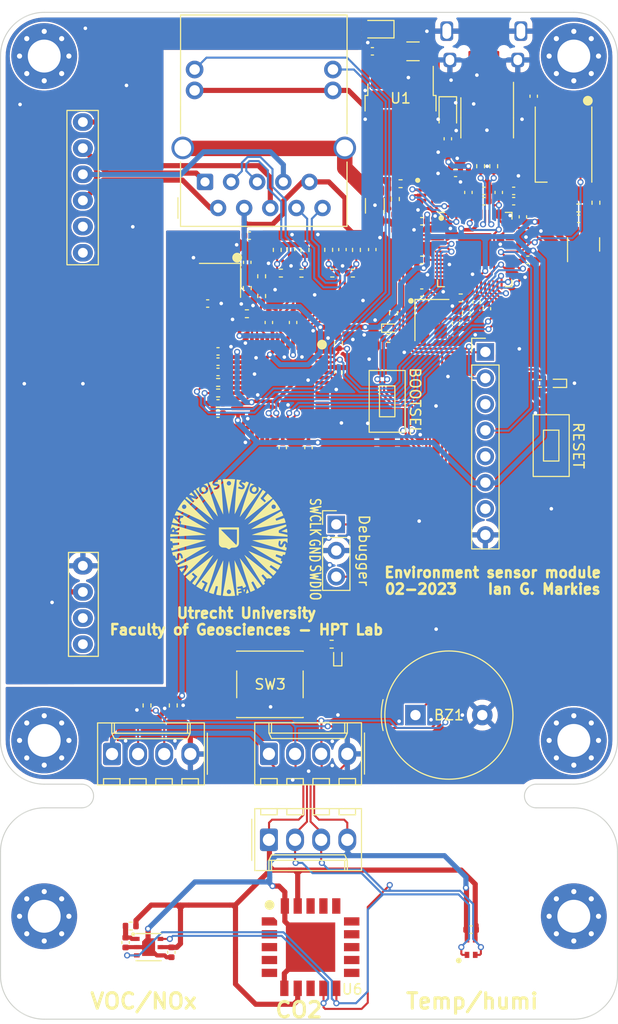
<source format=kicad_pcb>
(kicad_pcb (version 20211014) (generator pcbnew)
  (layers (0 "F.Cu" signal) (31 "B.Cu" signal) (34 "B.Paste" user) (35 "F.Paste" user) (36 "B.SilkS" user "B.Silkscreen") (37 "F.SilkS" user "F.Silkscreen") (38 "B.Mask" user) (39 "F.Mask" user) (44 "Edge.Cuts" user))
  (net 0 "")
  (net 1 "+3.3V")
  (net 2 "GND")
  (net 3 "Net-(C15-Pad1)")
  (net 4 "Net-(C16-Pad1)")
  (net 5 "Net-(C17-Pad1)")
  (net 6 "+1V1")
  (net 7 "Net-(C29-Pad1)")
  (net 8 "Net-(C35-Pad1)")
  (net 9 "Net-(C37-Pad1)")
  (net 10 "Net-(C32-Pad1)")
  (net 11 "Net-(C33-Pad1)")
  (net 12 "Net-(C34-Pad1)")
  (net 13 "+Vbus")
  (net 14 "+VSYS")
  (net 15 "Net-(D3-Pad2)")
  (net 16 "+VPoE")
  (net 17 "BOOTSEL")
  (net 18 "RUN")
  (net 19 "GPIO22")
  (net 20 "Net-(J1-Pad1)")
  (net 22 "/MCU RP2040/Data-")
  (net 23 "/MCU RP2040/Data+")
  (net 24 "SWCLK")
  (net 25 "SWDIO")
  (net 26 "Net-(R8-Pad1)")
  (net 27 "/Ethernet W5100S/VC2-")
  (net 28 "/Ethernet W5100S/VC1-")
  (net 29 "/Ethernet W5100S/RXI-")
  (net 30 "Net-(R23-Pad1)")
  (net 31 "/Ethernet W5100S/RXI+")
  (net 32 "/Ethernet W5100S/VC2+")
  (net 33 "Net-(R23-Pad2)")
  (net 34 "Net-(R25-Pad1)")
  (net 35 "Net-(R29-Pad2)")
  (net 36 "/Ethernet W5100S/VC1+")
  (net 37 "Net-(R30-Pad1)")
  (net 38 "/Ethernet W5100S/TXO-")
  (net 41 "/Ethernet W5100S/TXO+")
  (net 47 "/MCU RP2040/GPIO29{slash}ADC3")
  (net 48 "/MCU RP2040/MCU_D+")
  (net 49 "/MCU RP2040/USB_D+")
  (net 50 "Net-(R28-Pad2)")
  (net 54 "/MCU RP2040/MCU_D-")
  (net 55 "/MCU RP2040/USB_D-")
  (net 56 "/MCU RP2040/QSPI_SS")
  (net 57 "/Ethernet W5100S/TX-")
  (net 58 "/Ethernet W5100S/TX+")
  (net 59 "/Ethernet W5100S/RX-")
  (net 60 "/Ethernet W5100S/RX+")
  (net 61 "I2C1_SDA")
  (net 62 "I2C1_SCL")
  (net 65 "GPIO23")
  (net 72 "RSTn")
  (net 73 "SPI0_RX")
  (net 74 "SPI0_CSn")
  (net 75 "SPI0_SCK")
  (net 76 "SPI0_TX")
  (net 77 "INTn")
  (net 79 "Net-(J2-Pad12)")
  (net 94 "Net-(J2-Pad14)")
  (net 95 "/Ethernet W5100S/LNKn")
  (net 96 "+1V2A")
  (net 97 "+1V2D")
  (net 98 "+1V2O")
  (net 116 "+3V3A")
  (net 117 "/Ethernet W5100S/ACTn")
  (net 118 "/MCU RP2040/QSPI_SD3")
  (net 119 "/MCU RP2040/QSPI_SCLK")
  (net 120 "/MCU RP2040/QSPI_SD0")
  (net 121 "GPIO5")
  (net 122 "GPIO4")
  (net 125 "/MCU RP2040/QSPI_SD2")
  (net 126 "/MCU RP2040/QSPI_SD1")
  (net 127 "Net-(D1-Pad1)")
  (footprint "Resistor_SMD:R_0402_1005Metric" (layer "F.Cu") (at 148.6975 55.1125 90)
    (fp_text reference "R5" hide)
    (fp_text value "27R")
  )
  (footprint "HPT:Micro USB, Type B" (layer "F.Cu") (at 147.7375 44.7875 180)
    (fp_text reference "J1" hide)
    (fp_text value "USB_B_Micro")
  )
  (footprint "Package_SO:SOIC-8_3.9x4.9mm_P1.27mm" (layer "F.Cu") (at 148.0625 50.4125 -90)
    (fp_text reference "U2" hide)
    (fp_text value "USB6B1")
  )
  (footprint "Diode_SMD:D_SOD-923" (layer "F.Cu") (at 154.9875 76.2125 180)
    (fp_text reference "D6" hide)
    (fp_text value "ESD9B3.3ST5G" hide)
  )
  (footprint "Resistor_SMD:R_0402_1005Metric" (layer "F.Cu") (at 138.95 69.4 -90)
    (fp_text reference "R11" hide)
    (fp_text value "1k")
  )
  (footprint "Resistor_SMD:R_0402_1005Metric" (layer "F.Cu") (at 124.698139 69.45 180)
    (fp_text reference "R25" hide)
    (fp_text value "1M")
  )
  (footprint "Capacitor_SMD:C_0402_1005Metric" (layer "F.Cu") (at 126.833139 70.3 90)
    (fp_text reference "C21" hide)
    (fp_text value "0.1uF")
  )
  (footprint "Capacitor_SMD:C_0402_1005Metric" (layer "F.Cu") (at 152.5875 48.3125 90)
    (fp_text reference "C39" hide)
    (fp_text value "0.1uF")
  )
  (footprint "Diode_SMD:D_SOD-923" (layer "F.Cu") (at 138.6 70.85)
    (fp_text reference "D4" hide)
    (fp_text value "ESD9B3.3ST5G" hide)
  )
  (footprint "Fuse:Fuse_1206_3216Metric" (layer "F.Cu") (at 140.85 43.95 180)
    (fp_text reference "F1" hide)
    (fp_text value "Fuse")
  )
  (footprint "Capacitor_SMD:C_0402_1005Metric" (layer "F.Cu") (at 130.6875 82.4625 -90)
    (fp_text reference "C19" hide)
    (fp_text value "0.1uF")
  )
  (footprint "Capacitor_SMD:C_0402_1005Metric" (layer "F.Cu") (at 141.7 64.2125 180)
    (fp_text reference "C4" hide)
    (fp_text value "0.1uF")
  )
  (footprint "HPT:Slot 2x3" (layer "F.Cu") (at 133.1875 116.3125)
    (fp_text reference "REF**" hide)
    (fp_text value "Slot 2x3" hide)
  )
  (footprint "Connector_PinHeader_2.54mm:PinHeader_1x08_P2.54mm_Vertical" (layer "F.Cu") (at 147.8875 73.1625)
    (fp_text reference "J3" hide)
    (fp_text value "Display")
  )
  (footprint "Diode_SMD:D_SOD-323" (layer "F.Cu") (at 144.2375 49.8625 -90)
    (fp_text reference "D2" hide)
    (fp_text value "BAT60A")
  )
  (footprint "Capacitor_SMD:C_0402_1005Metric" (layer "F.Cu") (at 152.0175 64.2125)
    (fp_text reference "C8" hide)
    (fp_text value "0.1uF")
  )
  (footprint "Resistor_SMD:R_0402_1005Metric" (layer "F.Cu") (at 138.45 71.85 180)
    (fp_text reference "R28" hide)
    (fp_text value "100R")
  )
  (footprint "HPT:uu Logo" (layer "F.Cu") (at 122.829164 91.230656)
    (fp_text reference "G***" hide)
    (fp_text value "LOGO" hide)
  )
  (footprint "HPT:LQFP48" (layer "F.Cu") (at 127.933139 76.40686 180)
    (fp_text reference "U5" hide)
    (fp_text value "W5100S")
  )
  (footprint "Capacitor_SMD:C_0402_1005Metric" (layer "F.Cu") (at 146.2375 57.6625 90)
    (fp_text reference "C1" hide)
    (fp_text value "0.1uF")
  )
  (footprint "HPT:Slot 2x5.5" (layer "F.Cu") (at 145.74 133.7 180)
    (fp_text reference "REF**" hide)
    (fp_text value "Slot 2x5.5" hide)
  )
  (footprint "Capacitor_SMD:C_0402_1005Metric" (layer "F.Cu") (at 121.8875 79.15 180)
    (fp_text reference "C20" hide)
    (fp_text value "0.1uF")
  )
  (footprint "Capacitor_SMD:C_0402_1005Metric" (layer "F.Cu") (at 128.183139 82.4625 -90)
    (fp_text reference "C27" hide)
    (fp_text value "0.1uF")
  )
  (footprint "Capacitor_SMD:C_0402_1005Metric" (layer "F.Cu") (at 147.0375 68.3125 -90)
    (fp_text reference "C9" hide)
    (fp_text value "0.1uF")
  )
  (footprint "Resistor_SMD:R_0402_1005Metric" (layer "F.Cu") (at 114.9875 107.5125 90)
    (fp_text reference "R2" hide)
    (fp_text value "DNP" hide)
  )
  (footprint "Package_DFN_QFN:QFN-56-1EP_7x7mm_P0.4mm_EP3.2x3.2mm" (layer "F.Cu") (at 146.8625 63.2125)
    (fp_text reference "U3" hide)
    (fp_text value "RP2040")
  )
  (footprint "Capacitor_SMD:C_0402_1005Metric" (layer "F.Cu") (at 151.5375 60.0325 90)
    (fp_text reference "C3" hide)
    (fp_text value "0.1uF")
  )
  (footprint "Crystal:Crystal_SMD_Abracon_ABM8G-4Pin_3.2x2.5mm" (layer "F.Cu") (at 142.6875 70.0625 -90)
    (fp_text reference "Y1" hide)
    (fp_text value "12MHz")
  )
  (footprint "Capacitor_SMD:C_0402_1005Metric" (layer "F.Cu") (at 133.9875 63.2125 -90)
    (fp_text reference "C29" hide)
    (fp_text value "0.1uF")
  )
  (footprint "Resistor_SMD:R_0402_1005Metric" (layer "F.Cu") (at 145.4875 67.9125 180)
    (fp_text reference "R8" hide)
    (fp_text value "DNP")
  )
  (footprint "Capacitor_SMD:C_0402_1005Metric" (layer "F.Cu") (at 146.5 129.3)
    (fp_text reference "C36" hide)
    (fp_text value "0.1uF")
  )
  (footprint "Diode_SMD:D_SOD-923" (layer "F.Cu") (at 133.5325 102.8675 90)
    (fp_text reference "D7" hide)
    (fp_text value "ESD9B3.3ST5G" hide)
  )
  (footprint "HPT:Slot 2x3" (layer "F.Cu") (at 148.95 127.9)
    (fp_text reference "REF**" hide)
    (fp_text value "Slot 2x3" hide)
  )
  (footprint "Connector_Molex:Molex_KK-254_AE-6410-04A_1x04_P2.54mm_Vertical" (layer "F.Cu") (at 126.84 112.22)
    (fp_text reference "J6" hide)
    (fp_text value "Breakout 1")
  )
  (footprint "Resistor_SMD:R_0402_1005Metric" (layer "F.Cu") (at 135.35 63.25 -90)
    (fp_text reference "R14" hide)
    (fp_text value "49R9")
  )
  (footprint "HPT:SDC4x" (layer "F.Cu") (at 130.8875 131)
    (fp_text reference "U6")
    (fp_text value "SCD4x")
  )
  (footprint "Resistor_SMD:R_0402_1005Metric" (layer "F.Cu") (at 139.6375 56.8125 180)
    (fp_text reference "R10" hide)
    (fp_text value "DNP")
  )
  (footprint "Capacitor_SMD:C_0402_1005Metric" (layer "F.Cu") (at 121.8875 73.10686 180)
    (fp_text reference "C25" hide)
    (fp_text value "0.1uF")
  )
  (footprint "Capacitor_SMD:C_0402_1005Metric" (layer "F.Cu") (at 120.883139 68.45686 180)
    (fp_text reference "C34" hide)
    (fp_text value "18pF")
  )
  (footprint "Capacitor_SMD:C_0402_1005Metric" (layer "F.Cu") (at 156.9625 60.2225 180)
    (fp_text reference "C15" hide)
    (fp_text value "0.1uF")
  )
  (footprint "Capacitor_SMD:C_0402_1005Metric" (layer "F.Cu") (at 147.7375 58.5125)
    (fp_text reference "C6" hide)
    (fp_text value "0.1uF")
  )
  (footprint "Connector_PinHeader_2.54mm:PinHeader_1x03_P2.54mm_Vertical" (layer "F.Cu") (at 133.3875 89.9225)
    (fp_text reference "J5" hide)
    (fp_text value "Debugger")
  )
  (footprint "Button_Switch_SMD:SW_Push_1P1T_NO_6x6mm_H9.5mm" (layer "F.Cu") (at 126.9375 105.4625)
    (fp_text reference "SW3")
    (fp_text value "Display")
  )
  (footprint "Capacitor_SMD:C_0402_1005Metric" (layer "F.Cu") (at 124.733139 64.45686 90)
    (fp_text reference "C35" hide)
    (fp_text value "18pF")
  )
  (footprint "Inductor_SMD:L_0402_1005Metric" (layer "F.Cu") (at 123.8 70.8 180)
    (fp_text reference "L2" hide)
    (fp_text value "120r@100MHz")
  )
  (footprint "Capacitor_SMD:C_0402_1005Metric" (layer "F.Cu") (at 136.8875 63.2125 -90)
    (fp_text reference "C30" hide)
    (fp_text value "0.1uF")
  )
  (footprint "Capacitor_SMD:C_0402_1005Metric" (layer "F.Cu") (at 121.8875 74.10686 180)
    (fp_text reference "C24" hide)
    (fp_text value "1uF")
  )
  (footprint "HPT:Slot 2x3" (layer "F.Cu") (at 128.1875 116.3125)
    (fp_text reference "REF**" hide)
    (fp_text value "Slot 2x3" hide)
  )
  (footprint "Capacitor_SMD:C_0402_1005Metric" (layer "F.Cu") (at 145.0375 70.4 -90)
    (fp_text reference "C17" hide)
    (fp_text value "15pF")
  )
  (footprint "Capacitor_SMD:C_0402_1005Metric" (layer "F.Cu") (at 148.0375 68.9625 -90)
    (fp_text reference "C2" hide)
    (fp_text value "0.1uF")
  )
  (footprint "Capacitor_SMD:C_0402_1005Metric" (layer "F.Cu") (at 112.9 130.55 -90)
    (fp_text reference "C37" hide)
    (fp_text value "1uF")
  )
  (footprint "Capacitor_SMD:C_0402_1005Metric" (layer "F.Cu") (at 141.7 60.4625 180)
    (fp_text reference "C5" hide)
    (fp_text value "0.1uF")
  )
  (footprint "Inductor_SMD:L_0402_1005Metric" (layer "F.Cu") (at 122.333139 71.65686 -90)
    (fp_text reference "L3" hide)
    (fp_text value "120r@100MHz")
  )
  (footprint "MountingHole:MountingHole_3.2mm_M3_Pad_Via" (layer "F.Cu") (at 156.4875 44.4125)
    (fp_text reference "REF**" hide)
    (fp_text value "MountingHole_3.2mm_M3_Pad_Via" hide)
  )
  (footprint "HPT:Slot 2x5.5" (layer "F.Cu") (at 143.45 129.94 90)
    (fp_text reference "REF**" hide)
    (fp_text value "Slot 2x5.5" hide)
  )
  (footprint "HPT:PoE, 10 Pin with LED" (layer "F.Cu") (at 125.7425 50.5175 90)
    (fp_text reference "J2" hide)
    (fp_text value "Ethernet_(100_Base-T_&_PoE)")
  )
  (footprint "HPT:Adafruit 3847 connector" (layer "F.Cu") (at 108.7475 76.1925 -90)
    (fp_text reference "MOD1" hide)
    (fp_text value "Adafruit_3847_connector")
  )
  (footprint "Resistor_SMD:R_0402_1005Metric" (layer "F.Cu") (at 127.65 63.25 -90)
    (fp_text reference "R15" hide)
    (fp_text value "49R9")
  )
  (footprint "HPT:Switch" (layer "F.Cu") (at 154.2875 82.2625 -90)
    (fp_text reference "SW2" hide)
    (fp_text value "RESET")
  )
  (footprint "Package_TO_SOT_SMD:SOT-23" (layer "F.Cu") (at 157.4375 62.7125 90)
    (fp_text reference "Q1" hide)
    (fp_text value "2N7002")
  )
  (footprint "Resistor_SMD:R_0402_1005Metric" (layer "F.Cu") (at 135 65.5 180)
    (fp_text reference "R17" hide)
    (fp_text value "3R3")
  )
  (footprint "HPT:Slot 2x3" (layer "F.Cu") (at 143.1875 116.3125)
    (fp_text reference "REF**" hide)
    (fp_text value "Slot 2x3" hide)
  )
  (footprint "HPT:LED" (layer "F.Cu") (at 139.1375 60.5525 90)
    (fp_text reference "D3" hide)
    (fp_text value "LED")
  )
  (footprint "HPT:SON50P300X200X60-9N" (layer "F.Cu") (at 143.0875 57.675)
    (fp_text reference "U4" hide)
    (fp_text value "W25Q16JVUXIQ")
  )
  (footprint "Resistor_SMD:R_0402_1005Metric" (layer "F.Cu") (at 156.9375 59.1725)
    (fp_text reference "R7" hide)
    (fp_text value "100k")
  )
  (footprint "Resistor_SMD:R_0402_1005Metric" (layer "F.Cu") (at 121.9 76.125)
    (fp_text reference "R21" hide)
    (fp_text value "470R")
  )
  (footprint "HPT:Slot 2x3" (layer "F.Cu") (at 148.1875 116.3125)
    (fp_text reference "REF**" hide)
    (fp_text value "Slot 2x3" hide)
  )
  (footprint "Connector_Molex:Molex_KK-254_AE-6410-04A_1x04_P2.54mm_Vertical" (layer "F.Cu") (at 111.5775 112.2325)
    (fp_text reference "J4" hide)
    (fp_text value "Extra I2C")
  )
  (footprint "HPT:XDCR_SGP41-D-R4" (layer "F.Cu") (at 115.1375 131)
    (fp_text reference "U7" hide)
    (fp_text value "SGP41")
  )
  (footprint "Diode_SMD:D_SOD-323" (layer "F.Cu") (at 137.5 41.8 180)
    (fp_text reference "D1" hide)
    (fp_text value "BAT60A")
  )
  (footprint "Resistor_SMD:R_0402_1005Metric" (layer "F.Cu") (at 147.4275 55.1125 90)
    (fp_text reference "R4" hide)
    (fp_text value "27R")
  )
  (footprint "Capacitor_SMD:C_0402_1005Metric" (layer "F.Cu") (at 150.6375 57.5125)
    (fp_text reference "C14" hide)
    (fp_text value "1uF")
  )
  (footprint "MountingHole:MountingHole_3.2mm_M3_Pad_Via" (layer "F.Cu") (at 104.9875 128)
    (fp_text reference "REF**" hide)
    (fp_text value "MountingHole_3.2mm_M3_Pad_Via" hide)
  )
  (footprint "Buzzer_Beeper:Buzzer_TDK_PS1240P02BT_D12.2mm_H6.5mm" (layer "F.Cu") (at 144.3375 108.45)
    (fp_text reference "BZ1")
    (fp_text value "Buzzer")
  )
  (footprint "Resistor_SMD:R_0402_1005Metric" (layer "F.Cu") (at 132.9375 101.5625)
    (fp_text reference "R30" hide)
    (fp_text value "100R")
  )
  (footprint "Capacitor_SMD:C_0402_1005Metric" (layer "F.Cu") (at 133.6 75.15686 90)
    (fp_text reference "C28" hide)
    (fp_text value "0.1uF")
  )
  (footprint "Capacitor_SMD:C_0402_1005Metric" (layer "F.Cu") (at 141.7 67.4 180)
    (fp_text reference "C16" hide)
    (fp_text value "15pF")
  )
  (footprint "MountingHole:MountingHole_3.2mm_M3_Pad_Via" (layer "F.Cu") (at 156.4875 110.9125)
    (fp_text reference "REF**" hide)
    (fp_text value "MountingHole_3.2mm_M3_Pad_Via" hide)
  )
  (footprint "Capacitor_SMD:C_0402_1005Metric" (layer "F.Cu") (at 124.9375 61.8625)
    (fp_text reference "C31" hide)
    (fp_text value "1uF")
  )
  (footprint "Capacitor_SMD:C_0402_1005Metric" (layer "F.Cu") (at 121.8875 75.10686 180)
    (fp_text reference "C22" hide)
    (fp_text value "0.1uF")
  )
  (footprint "HPT:SHT4x" (layer "F.Cu") (at 146.5 131 90)
    (fp_text reference "U8" hide)
    (fp_text value "SHT4x")
  )
  (footprint "Crystal:Crystal_SMD_Abracon_ABM8G-4Pin_3.2x2.5mm" (layer "F.Cu") (at 122.083139 66.20686 180)
    (fp_text reference "Y2" hide)
    (fp_text value "25MHz")
  )
  (footprint "Resistor_SMD:R_0402_1005Metric" (layer "F.Cu") (at 158.6375 58.6625 90)
    (fp_text reference "R6" hide)
    (fp_text value "200k")
  )
  (footprint "Resistor_SMD:R_0402_1005Metric" (layer "F.Cu") (at 153.1875 76.2125 180)
    (fp_text reference "R29" hide)
    (fp_text value "100R")
  )
  (footprint "Resistor_SMD:R_0402_1005Metric" (layer "F.Cu") (at 121.9 77.15)
    (fp_text reference "R22" hide)
    (fp_text value "470R")
  )
  (footprint "Resistor_SMD:R_0402_1005Metric" (layer "F.Cu") (at 139.1375 58.3025 90)
    (fp_text reference "R1" hide)
    (fp_text value "470R")
  )
  (footprint "HPT:Slot 2x5.5" (layer "F.Cu") (at 149.35 130.8 90)
    (fp_text reference "REF**" hide)
    (fp_text value "Slot 2x5.5" hide)
  )
  (footprint "HPT:Slot 2x3" (layer "F.Cu") (at 123.1875 116.3125)
    (fp_text reference "REF**" hide)
    (fp_text value "Slot 2x3" hide)
  )
  (footprint "Resistor_SMD:R_0402_1005Metric" (layer "F.Cu") (at 126.133139 65.80686 -90)
    (fp_text reference "R24" hide)
    (fp_text value "300R/1%")
  )
  (footprint "MountingHole:MountingHole_3.2mm_M3_Pad_Via" (layer "F.Cu") (at 156.4875 128)
    (fp_text reference "REF**" hide)
    (fp_text value "MountingHole_3.2mm_M3_Pad_Via" hide)
  )
  (footprint "Resistor_SMD:R_0402_1005Metric" (layer "F.Cu") (at 133 65.5)
    (fp_text reference "R18" hide)
    (fp_text value "3R3")
  )
  (footprint "Capacitor_SMD:C_0402_1005Metric" (layer "F.Cu") (at 149.1875 57.6625 90)
    (fp_text reference "C12" hide)
    (fp_text value "1uF")
  )
  (footprint "Resistor_SMD:R_0402_1005Metric" (layer "F.Cu") (at 130.35 63.25 -90)
    (fp_text reference "R16" hide)
    (fp_text value "49R9")
  )
  (footprint "Resistor_SMD:R_0402_1005Metric" (layer "F.Cu") (at 130 65.5125 180)
    (fp_text reference "R19" hide)
    (fp_text value "3R3")
  )
  (footprint "HPT:Slot 2x3" (layer "F.Cu") (at 118.1875 116.3125)
    (fp_text reference "REF**" hide)
    (fp_text value "Slot 2x3" hide)
  )
  (footprint "Resistor_SMD:R_0402_1005Metric" (layer "F.Cu") (at 146.0375 69.4125 90)
    (fp_text reference "R9" hide)
    (fp_text value "1k")
  )
  (footprint "" (layer "F.Cu") (at 144.05 127.9)
    (fp_text reference "")
    (fp_text value "")
  )
  (footprint "LED_SMD:LED_WS2812B_PLCC4_5.0x5.0mm_P3.2mm" (layer "F.Cu") (at 155.4875 53.0125 -90)
    (fp_text reference "D5" hide)
    (fp_text value "WS2812B")
  )
  (footprint "Capacitor_SMD:C_1206_3216Metric" (layer "F.Cu") (at 137.1375 58.9625 -90)
    (fp_text reference "C33" hide)
    (fp_text value "1nF/2kV")
  )
  (footprint "Capacitor_SMD:C_0402_1005Metric" (layer "F.Cu") (at 129.1875 70.3 90)
    (fp_text reference "C23" hide)
    (fp_text value "0.1uF")
  )
  (footprint "Resistor_SMD:R_0402_1005Metric" (layer "F.Cu") (at 124.733139 66.95686 -90)
    (fp_text reference "R26" hide)
    (fp_text value "0R")
  )
  (footprint "Capacitor_SMD:C_0402_1005Metric" (layer "F.Cu") (at 144.9875 55.7625)
    (fp_text reference "C18" hide)
    (fp_text value "0.1uF")
  )
  (footprint "Resistor_SMD:R_0402_1005Metric" (layer "F.Cu") (at 133.6 72.3 -90)
    (fp_text reference "R12" hide)
    (fp_text value "4k7")
  )
  (footprint "Resistor_SMD:R_0402_1005Metric" (layer "F.Cu") (at 132.65 63.2425 -90)
    (fp_text reference "R13" hide)
    (fp_text value "49R9")
  )
  (footprint "Resistor_SMD:R_0402_1005Metric" (layer "F.Cu") (at 113.4 128.95 180)
    (fp_text reference "R27" hide)
    (fp_text value "4R7")
  )
  (footprint "Capacitor_SMD:C_0402_1005Metric" (layer "F.Cu") (at 144.2375 52.45 90)
    (fp_text reference "C11" hide)
    (fp_text value "10uF")
  )
  (footprint "Capacitor_SMD:C_0402_1005Metric" (layer "F.Cu") (at 128.9875 63.2125 -90)
    (fp_text reference "C32" hide)
    (fp_text value "0.1uF")
  )
  (footprint "Capacitor_SMD:C_0402_1005Metric" (layer "F.Cu") (at 117.35 131.5 -90)
    (fp_text reference "C38" hide)
    (fp_text value "1uF")
  )
  (footprint "Connector_Molex:Molex_KK-254_AE-6410-04A_1x04_P2.54mm_Vertical" (layer "F.Cu") (at 126.84 120.57)
    (fp_text reference "J7" hide)
    (fp_text value "Breakout 2")
  )
  (footprint "Resistor_SMD:R_0402_1005Metric" (layer "F.Cu") (at 117.5375 107.5125 90)
    (fp_text reference "R3" hide)
    (fp_text value "DNP" hide)
  )
  (footprint "Inductor_SMD:L_0402_1005Metric" (layer "F.Cu") (at 133.0875 70.7625 180)
    (fp_text reference "L1" hide)
    (fp_text value "120r@100MHz")
  )
  (footprint "Resistor_SMD:R_0402_1005Metric" (layer "F.Cu") (at 128 65.5)
    (fp_text reference "R20" hide)
    (fp_text value "3R3")
  )
  (footprint "Resistor_SMD:R_0402_1005Metric" (layer "F.Cu") (at 126.133139 67.73186 -90)
    (fp_text reference "R23" hide)
    (fp_text value "12K/1%")
  )
  (footprint "HPT:Slot 2x3" (layer "F.Cu") (at 113.1875 116.3125)
    (fp_text reference "REF**" hide)
    (fp_text value "Slot 2x3" hide)
  )
  (footprint "MountingHole:MountingHole_3.2mm_M3_Pad_Via" (layer "F.Cu") (at 104.9875 44.4125)
    (fp_text reference "REF**" hide)
    (fp_text value "MountingHole_3.2mm_M3_Pad_Via" hide)
  )
  (footprint "Capacitor_SMD:C_0402_1005Metric" (layer "F.Cu") (at 136.9 43.95 180)
    (fp_text reference "C10" hide)
    (fp_text value "10uF")
  )
  (footprint "Capacitor_SMD:C_0402_1005Metric" (layer "F.Cu") (at 147.7375 57.5125)
    (fp_text reference "C7" hide)
    (fp_text value "0.1uF")
  )
  (footprint "HPT:Switch" (layer "F.Cu") (at 138.3375 77.9625 -90)
    (fp_text reference "SW1" hide)
    (fp_text value "BOOTSEL")
  )
  (footprint "Capacitor_SMD:C_0402_1005Metric" (layer "F.Cu") (at 121.8875 78.1625 180)
    (fp_text reference "C26" hide)
    (fp_text value "0.1uF")
  )
  (footprint "Capacitor_SMD:C_0402_1005Metric" (layer "F.Cu") (at 150.6375 58.5125)
    (fp_text reference "C13" hide)
    (fp_text value "1uF")
  )
  (footprint "MountingHole:MountingHole_3.2mm_M3_Pad_Via" (layer "F.Cu") (at 104.9875 110.9125)
    (fp_text reference "REF**" hide)
    (fp_text value "MountingHole_3.2mm_M3_Pad_Via" hide)
  )
  (footprint "Package_TO_SOT_SMD:TO-252-2" (layer "F.Cu") (at 139.6375 50.7125 -90)
    (fp_text reference "U1")
    (fp_text value "NCP1117-3.3_TO252")
  )
  (footprint "HPT:Slot 2x3" (layer "F.Cu") (at 138.1875 116.3125)
    (fp_text reference "REF**" hide)
    (fp_text value "Slot 2x3" hide)
  )
  (gr_circle (center 143.6 60.15) (end 143.8 60.15) (layer "F.SilkS") (width 0.15) (fill solid))
  (gr_circle (center 123.75 64) (end 124.15 64) (layer "F.SilkS") (width 0.15) (fill solid))
  (gr_circle (center 126.9 126.9) (end 127.3 126.9) (layer "F.SilkS") (width 0.15) (fill solid))
  (gr_circle (center 145.3 132.3) (end 145.5 132.3) (layer "F.SilkS") (width 0.15) (fill solid))
  (gr_circle (center 140.65 68.2) (end 140.85 68.2) (layer "F.SilkS") (width 0.15) (fill solid))
  (gr_circle (center 157.85 48.75) (end 158.25 48.75) (layer "F.SilkS") (width 0.15) (fill solid))
  (gr_circle (center 132 72.45) (end 132.4 72.45) (layer "F.SilkS") (width 0.15) (fill solid))
  (gr_line (start 160.7375 110.9125) (end 160.7375 44.4125) (layer "Edge.Cuts") (width 0.1))
  (gr_arc (start 104.9875 115.1625) (mid 101.982296 113.917704) (end 100.7375 110.9125) (layer "Edge.Cuts") (width 0.1))
  (gr_arc (start 160.7375 133.75) (mid 159.488358 136.750858) (end 156.4875 138) (layer "Edge.Cuts") (width 0.1))
  (gr_arc (start 152.8375 117.4625) (mid 151.6875 116.3125) (end 152.8375 115.1625) (layer "Edge.Cuts") (width 0.1))
  (gr_line (start 104.9875 115.1625) (end 108.6375 115.1625) (layer "Edge.Cuts") (width 0.1))
  (gr_line (start 104.9875 117.4625) (end 108.6375 117.4625) (layer "Edge.Cuts") (width 0.1))
  (gr_line (start 104.9875 138) (end 156.4875 138) (layer "Edge.Cuts") (width 0.1))
  (gr_line (start 104.9875 40.1625) (end 156.4875 40.1625) (layer "Edge.Cuts") (width 0.1))
  (gr_arc (start 100.7375 44.4125) (mid 101.982296 41.407296) (end 104.9875 40.1625) (layer "Edge.Cuts") (width 0.1))
  (gr_arc (start 156.4875 117.4625) (mid 159.492704 118.707296) (end 160.7375 121.7125) (layer "Edge.Cuts") (width 0.1))
  (gr_arc (start 156.4875 40.1625) (mid 159.492704 41.407296) (end 160.7375 44.4125) (layer "Edge.Cuts") (width 0.1))
  (gr_line (start 100.7375 110.9125) (end 100.7375 44.4125) (layer "Edge.Cuts") (width 0.1))
  (gr_line (start 160.7375 121.7125) (end 160.7375 133.75) (layer "Edge.Cuts") (width 0.1))
  (gr_line (start 152.8375 115.1625) (end 156.4875 115.1625) (layer "Edge.Cuts") (width 0.1))
  (gr_line (start 152.8375 117.4625) (end 156.4875 117.4625) (layer "Edge.Cuts") (width 0.1))
  (gr_arc (start 104.9875 138) (mid 101.982296 136.755204) (end 100.7375 133.75) (layer "Edge.Cuts") (width 0.1))
  (gr_line (start 100.7375 133.75) (end 100.7375 121.7125) (layer "Edge.Cuts") (width 0.1))
  (gr_arc (start 100.7375 121.7125) (mid 101.986642 118.711642) (end 104.9875 117.4625) (layer "Edge.Cuts") (width 0.1))
  (gr_arc (start 160.7375 110.9125) (mid 159.492704 113.917704) (end 156.4875 115.1625) (layer "Edge.Cuts") (width 0.1))
  (gr_arc (start 108.6375 115.1625) (mid 109.7875 116.3125) (end 108.6375 117.4625) (layer "Edge.Cuts") (width 0.1))
  (gr_text "VOC/NOx" (at 114.65 136.25) (layer "F.SilkS") (effects (font (size 1.5 1.5) (thickness 0.3))))
  (gr_text "Utrecht University\nFaculty of Geosciences - HPT Lab" (at 124.65 99.35) (layer "F.SilkS") (effects (font (size 1 1) (thickness 0.25))))
  (gr_text "SWCLK" (at 131.3375 89.2125 270) (layer "F.SilkS") (effects (font (size 1 0.75))))
  (gr_text "Environment sensor module\n02-2023    Ian G. Markies" (at 148.6 95.4) (layer "F.SilkS") (effects (font (size 1 1) (thickness 0.25))))
  (gr_text "GND" (at 131.2875 92.4625 270) (layer "F.SilkS") (effects (font (size 1 0.75))))
  (gr_text "CO2" (at 129.75 137.1) (layer "F.SilkS") (effects (font (size 1.5 1.5) (thickness 0.3))))
  (gr_text "SWDIO\n" (at 131.3375 95.5625 270) (layer "F.SilkS") (effects (font (size 1 0.75))))
  (gr_text "Temp/humi" (at 146.6 136.25) (layer "F.SilkS") (effects (font (size 1.5 1.5) (thickness 0.3))))
  (segment (start 129.223581 113.8625) (end 130.1875 114.826419) (width 0.2) (layer "F.Cu") (net 1))
  (segment (start 147.873944 65.298944) (end 147.806082 65.298944) (width 0.2) (layer "F.Cu") (net 1))
  (segment (start 123.8125 79.8) (end 123.833139 79.779361) (width 0.35) (layer "F.Cu") (net 1))
  (segment (start 145.5375 61.1625) (end 145.6625 61.2875) (width 0.35) (layer "F.Cu") (net 1))
  (segment (start 117.7375 126.9125) (end 118.2375 127.4125) (width 0.2) (layer "F.Cu") (net 1))
  (segment (start 144.5075 54.9075) (end 144.5075 55.7625) (width 0.5) (layer "F.Cu") (net 1))
  (segment (start 126.9625 123.5125) (end 126.8875 123.5875) (width 0.5) (layer "F.Cu") (net 1))
  (segment (start 147.0625 66.042526) (end 147.0625 66.65) (width 0.2) (layer "F.Cu") (net 1))
  (segment (start 142.19625 60.4625) (end 142.19625 59.855457) (width 0.5) (layer "F.Cu") (net 1))
  (segment (start 151.5375 60.5125) (end 152.6875 60.5125) (width 0.5) (layer "F.Cu") (net 1))
  (segment (start 123.5875 126.8875) (end 123.5875 127.4625) (width 0.5) (layer "F.Cu") (net 1))
  (segment (start 144.3 54.7) (end 144.5075 54.9075) (width 0.5) (layer "F.Cu") (net 1))
  (segment (start 151.5375 63.9625) (end 151.5375 64.2125) (width 0.5) (layer "F.Cu") (net 1))
  (segment (start 139.7675 52.9425) (end 139.6375 52.8125) (width 0.5) (layer "F.Cu") (net 1))
  (segment (start 146.647135 61.2875) (end 147.036488 60.898147) (width 0.35) (layer "F.Cu") (net 1))
  (segment (start 146.9 130.25) (end 146.9 129.38) (width 0.45) (layer "F.Cu") (net 1))
  (segment (start 113.91 128.39) (end 113.91 128.95) (width 0.5) (layer "F.Cu") (net 1))
  (segment (start 139.1375 56.8225) (end 139.1275 56.8125) (width 0.5) (layer "F.Cu") (net 1))
  (segment (start 146.2375 55.1125) (end 146.2375 56.108825) (width 0.5) (layer "F.Cu") (net 1))
  (segment (start 118.7375 126.9125) (end 118.2375 127.4125) (width 0.2) (layer "F.Cu") (net 1))
  (segment (start 117.88 131.02) (end 118.2375 130.6625) (width 0.5) (layer "F.Cu") (net 1))
  (segment (start 126.8875 123.5875) (end 123.5875 126.8875) (width 0.5) (layer "F.Cu") (net 1))
  (segment (start 146.98 128.85132) (end 146.9 128.77132) (width 0.5) (layer "F.Cu") (net 1))
  (segment (start 126.8875 122.9375) (end 126.8875 123.5875) (width 0.5) (layer "F.Cu") (net 1))
  (segment (start 147.036488 60.898147) (end 147.036488 60.380379) (width 0.35) (layer "F.Cu") (net 1))
  (segment (start 123.1375 126.9125) (end 123.5875 127.3625) (width 0.2) (layer "F.Cu") (net 1))
  (segment (start 146.2375 56.108825) (end 147.2575 57.128825) (width 0.5) (layer "F.Cu") (net 1))
  (segment (start 150.1575 58.9425) (end 150.1575 58.5625) (width 0.5) (layer "F.Cu") (net 1))
  (segment (start 119.0375 126.9125) (end 118.2375 126.9125) (width 0.5) (layer "F.Cu") (net 1))
  (segment (start 116.2875 131) (end 117.33 131) (width 0.4) (layer "F.Cu") (net 1))
  (segment (start 142.2375 64.2125) (end 142.2375 64.6625) (width 0.5) (layer "F.Cu") (net 1))
  (segment (start 129.7275 118.6125) (end 127.1475 118.6125) (width 0.2) (layer "F.Cu") (net 1))
  (segment (start 149.325 59.775) (end 150.1575 58.9425) (width 0.5) (layer "F.Cu") (net 1))
  (segment (start 144.25 52.9675) (end 144.225 52.9425) (width 0.5) (layer "F.Cu") (net 1))
  (segment (start 136.1875 70.7625) (end 133.5725 70.7625) (width 0.5) (layer "F.Cu") (net 1))
  (segment (start 145.5375 123.5125) (end 146.9 124.875) (width 0.5) (layer "F.Cu") (net 1))
  (segment (start 147.2875 58.5825) (end 147.2875 59.7625) (width 0.5) (layer "F.Cu") (net 1))
  (segment (start 142.34625 60.6125) (end 142.19625 60.4625) (width 0.2) (layer "F.Cu") (net 1))
  (segment (start 119.0375 126.9125) (end 118.7375 126.9125) (width 0.2) (layer "F.Cu") (net 1))
  (segment (start 139.1275 56.8125) (end 139.1275 53.3225) (width 0.5) (layer "F.Cu") (net 1))
  (segment (start 125.55 136.55) (end 129.25 136.55) (width 0.5) (layer "F.Cu") (net 1))
  (segment (start 118.3875 106.5625) (end 117.9375 107.0125) (width 0.5) (layer "F.Cu") (net 1))
  (segment (start 117.33 131) (end 117.35 131.02) (width 0.4) (layer "F.Cu") (net 1))
  (segment (start 111.6375 109.1125) (end 111.6375 111.7725) (width 0.5) (layer "F.Cu") (net 1))
  (segment (start 126.84 120.57) (end 126.8875 120.6175) (width 0.5) (layer "F.Cu") (net 1))
  (segment (start 139.1375 57.7925) (end 139.1375 56.8225) (width 0.5) (layer "F.Cu") (net 1))
  (segment (start 123.5875 131.2) (end 123.5875 131.5375) (width 0.5) (layer "F.Cu") (net 1))
  (segment (start 142.2375 64.6625) (end 141.8875 65.0125) (width 0.5) (layer "F.Cu") (net 1))
  (segment (start 123.5875 131.5375) (end 123.5875 134.5875) (width 0.5) (layer "F.Cu") (net 1))
  (segment (start 147.2575 57.128825) (end 147.2575 58.5625) (width 0.5) (layer "F.Cu") (net 1))
  (segment (start 144.25 54.65) (end 144.25 52.9675) (width 0.5) (layer "F.Cu") (net 1))
  (segment (start 115.3875 126.9125) (end 113.91 128.39) (width 0.5) (layer "F.Cu") (net 1))
  (segment (start 152.6875 60.5125) (end 153.7125 60.5125) (width 0.5) (layer "F.Cu") (net 1))
  (segment (start 123.5875 130.3625) (end 123.5875 131.1875) (width 0.5) (layer "F.Cu") (net 1))
  (segment (start 129.3375 123.5125) (end 129.6375 123.8125) (width 0.5) (layer "F.Cu") (net 1))
  (segment (start 130.6675 81.95686) (end 131.58186 81.95686) (width 0.5) (layer "F.Cu") (net 1))
  (segment (start 117.9375 107.0125) (end 113.7375 107.0125) (width 0.5) (layer "F.Cu") (net 1))
  (segment (start 130.683139 80.50686) (end 130.683139 81.941221) (width 0.35) (layer "F.Cu") (net 1))
  (segment (start 126.85 120.56) (end 126.84 120.57) (width 0.2) (layer "F.Cu") (net 1))
  (segment (start 117.35 131.02) (end 117.88 131.02) (width 0.5) (layer "F.Cu") (net 1))
  (segment (start 123.833139 79.779361) (end 123.833139 79.15686) (width 0.35) (layer "F.Cu") (net 1))
  (segment (start 123.833139 79.15686) (end 122.37436 79.15686) (width 0.35) (layer "F.Cu") (net 1))
  (segment (start 130.683139 81.941221) (end 130.6675 81.95686) (width 0.35) (layer "F.Cu") (net 1))
  (segment (start 147.0625 66.65) (end 147.0625 67.7825) (width 0.2) (layer "F.Cu") (net 1))
  (segment (start 151.4375 60.6125) (end 151.5375 60.5125) (width 0.2) (layer "F.Cu") (net 1))
  (segment (start 126.8875 120.6175) (end 126.8875 122.9375) (width 0.5) (layer "F.Cu") (net 1))
  (segment (start 156.4875 63.2875) (end 156.4875 63.65) (width 0.5) (layer "F.Cu") (net 1))
  (segment (start 134.5725 47.7475) (end 139.6375 52.8125) (width 0.5) (layer "F.Cu") (net 1))
  (segment (start 133.0625 47.7475) (end 134.5725 47.7475) (width 0.5) (layer "F.Cu") (net 1))
  (segment (start 144.4875 56.925) (end 144.5075 56.905) (width 0.2) (layer "F.Cu") (net 1))
  (segment (start 123.5875 127.4625) (end 123.5875 130.3625) (width 0.5) (layer "F.Cu") (net 1))
  (segment (start 130.1875 118.1525) (end 129.7275 118.6125) (width 0.2) (layer "F.Cu") (net 1))
  (segment (start 149.2875 59.775) (end 149.2875 60.4125) (width 0.2) (layer "F.Cu") (net 1))
  (segment (start 149.4875 60.6125) (end 151.4375 60.6125) (width 0.2) (layer "F.Cu") (net 1))
  (segment (start 119.6125 47.7475) (end 133.0625 47.7475) (width 0.5) (layer "F.Cu") (net 1))
  (segment (start 127.1475 118.6125) (end 126.85 118.91) (width 0.2) (layer "F.Cu") (net 1))
  (segment (start 146.9 128.77132) (end 146.9 124.875) (width 0.5) (layer "F.Cu") (net 1))
  (segment (start 147.2875 60.129367) (end 147.2875 59.7625) (width 0.35) (layer "F.Cu") (net 1))
  (segment (start 127.2875 123.5125) (end 128.7375 123.5125) (width 0.5) (layer "F.Cu") (net 1))
  (segment (start 129.9875 123.5125) (end 145.5375 123.5125) (width 0.5) (layer "F.Cu") (net 1))
  (segment (start 129.9375 123.5125) (end 129.9875 123.5125) (width 0.5) (layer "F.Cu") (net 1))
  (segment (start 136.2 70.75) (end 136.1875 70.7625) (width 0.5) (layer "F.Cu") (net 1))
  (segment (start 117.6875 126.9125) (end 117.7375 126.9125) (width 0.2) (layer "F.Cu") (net 1))
  (segment (start 117.6875 126.9125) (end 115.3875 126.9125) (width 0.5) (layer "F.Cu") (net 1))
  (segment (start 150.1575 57.5125) (end 150.1575 58.5125) (width 0.5) (layer "F.Cu") (net 1))
  (segment (start 118.2375 127.4125) (end 118.2375 126.9125) (width 0.5) (layer "F.Cu") (net 1))
  (segment (start 130.1875 114.826419) (end 130.1875 118.1525) (width 0.2) (layer "F.Cu") (net 1))
  (segment (start 147.806082 65.298944) (end 147.0625 66.042526) (width 0.2) (layer "F.Cu") (net 1))
  (segment (start 129.6375 123.8125) (end 129.6375 127) (width 0.5) (layer "F.Cu") (net 1))
  (segment (start 128.7375 123.5125) (end 129.9875 123.5125) (width 0.5) (layer "F.Cu") (net 1))
  (segment (start 123.5875 126.9125) (end 123.0375 126.9125) (width 0.5) (layer "F.Cu") (net 1))
  (segment (start 149.2875 59.775) (end 149.325 59.775) (width 0.5) (layer "F.Cu") (net 1))
  (segment (start 127.45 123.5) (end 126.8875 122.9375) (width 0.2) (layer "F.Cu") (net 1))
  (segment (start 144.3 54.7) (end 144.25 54.65) (width 0.5) (layer "F.Cu") (net 1))
  (segment (start 133.5875 71.8125) (end 133.5875 70.7775) (width 0.5) (layer "F.Cu") (net 1))
  (segment (start 153.7125 60.5125) (end 156.4875 63.2875) (width 0.5) (layer "F.Cu") (net 1))
  (segment (start 126.8875 112.0625) (end 126.8875 113.0125) (width 0.2) (layer "F.Cu") (net 1))
  (segment (start 129.25 136.55) (end 129.6375 136.1625) (width 0.5) (layer "F.Cu") (net 1))
  (segment (start 118.2375 130.6625) (end 118.2375 127.4125) (width 0.5) (layer "F.Cu") (net 1))
  (segment (start 145.6625 61.2875) (end 146.647135 61.2875) (width 0.35) (layer "F.Cu") (net 1))
  (segment (start 133.5875 70.7775) (end 133.5725 70.7625) (width 0.5) (layer "F.Cu") (net 1))
  (segment (start 152.5375 63.3125) (end 152.1875 63.3125) (width 0.5) (layer "F.Cu") (net 1))
  (segment (start 127.2875 123.5125) (end 126.9625 123.5125) (width 0.5) (layer "F.Cu") (net 1))
  (segment (start 144.225 52.9425) (end 139.7675 52.9425) (width 0.5) (layer "F.Cu") (net 1))
  (segment (start 128.7375 123.5125) (end 129.3375 123.5125) (width 0.5) (layer "F.Cu") (net 1))
  (segment (start 113.7375 107.0125) (end 111.6375 109.1125) (width 0.5) (layer "F.Cu") (net 1))
  (segment (start 129.6375 123.8125) (end 129.9375 123.5125) (width 0.5) (layer "F.Cu") (net 1))
  (segment (start 146.98 129.3) (end 146.98 128.85132) (width 0.5) (layer "F.Cu") (net 1))
  (segment (start 127.7375 113.8625) (end 129.223581 113.8625) (width 0.2) (layer "F.Cu") (net 1))
  (segment (start 147.036488 60.380379) (end 147.2875 60.129367) (width 0.35) (layer "F.Cu") (net 1))
  (segment (start 149.2875 60.4125) (end 149.4875 60.6125) (width 0.2) (layer "F.Cu") (net 1))
  (segment (start 118.2375 126.9125) (end 117.6875 126.9125) (width 0.5) (layer "F.Cu") (net 1))
  (segment (start 123.0375 126.9125) (end 123.1375 126.9125) (width 0.2) (layer "F.Cu") (net 1))
  (segment (start 143.37875 64.2125) (end 142.2375 64.2125) (width 0.2) (layer "F.Cu") (net 1))
  (segment (start 152.1875 63.3125) (end 151.5375 63.9625) (width 0.5) (layer "F.Cu") (net 1))
  (segment (start 122.37436 79.15686) (end 122.3675 79.15) (width 0.35) (layer "F.Cu") (net 1))
  (segment (start 131.58186 81.95686) (end 131.5875 81.9625) (width 0.5) (layer "F.Cu") (net 1))
  (segment (start 126.8875 113.0125) (end 127.7375 113.8625) (width 0.2) (layer "F.Cu") (net 1))
  (segment (start 146.9 129.38) (end 146.98 129.3) (width 0.45) (layer "F.Cu") (net 1))
  (segment (start 150.355 64.2125) (end 151.5375 64.2125) (width 0.2) (layer "F.Cu") (net 1))
  (segment (start 123.5875 127.3625) (end 123.5875 127.4625) (width 0.2) (layer "F.Cu") (net 1))
  (segment (start 126.85 118.91) (end 126.85 120.56) (width 0.2) (layer "F.Cu") (net 1))
  (segment (start 144.5075 56.905) (end 144.5075 55.7625) (width 0.2) (layer "F.Cu") (net 1))
  (segment (start 142.19625 59.855457) (end 142.234634 59.817073) (width 0.5) (layer "F.Cu") (net 1))
  (segment (start 143.37875 60.6125) (end 142.34625 60.6125) (width 0.2) (layer "F.Cu") (net 1))
  (segment (start 123.5875 134.5875) (end 125.55 136.55) (width 0.5) (layer "F.Cu") (net 1))
  (segment (start 139.1275 53.3225) (end 139.6375 52.8125) (width 0.5) (layer "F.Cu") (net 1))
  (segment (start 129.6375 136.1625) (end 129.6375 135) (width 0.5) (layer "F.Cu") (net 1))
  (segment (start 123.0375 126.9125) (end 119.0375 126.9125) (width 0.5) (layer "F.Cu") (net 1))
  (via (at 144.3 54.7) (size 0.6) (drill 0.35) (layers "F.Cu" "B.Cu") (net 1))
  (via (at 141.8875 65.0125) (size 0.6) (drill 0.35) (layers "F.Cu" "B.Cu") (net 1))
  (via (at 131.5875 81.9625) (size 0.6) (drill 0.35) (layers "F.Cu" "B.Cu") (net 1))
  (via (at 142.234634 59.817073) (size 0.6) (drill 0.35) (layers "F.Cu" "B.Cu") (net 1))
  (via (at 145.5375 61.1625) (size 0.6) (drill 0.35) (layers "F.Cu" "B.Cu") (net 1))
  (via (at 146.2375 55.1125) (size 0.6) (drill 0.35) (layers "F.Cu" "B.Cu") (net 1))
  (via (at 152.5375 63.3125) (size 0.6) (drill 0.35) (layers "F.Cu" "B.Cu") (net 1))
  (via (at 118.3875 106.5625) (size 0.6) (drill 0.35) (layers "F.Cu" "B.Cu") (net 1))
  (via (at 147.873944 65.298944) (size 0.6) (drill 0.35) (layers "F.Cu" "B.Cu") (net 1))
  (via (at 136.2 70.75) (size 0.6) (drill 0.35) (layers "F.Cu" "B.Cu") (net 1))
  (via (at 123.8125 79.8) (size 0.6) (drill 0.35) (layers "F.Cu" "B.Cu") (net 1))
  (via (at 152.6875 60.5125) (size 0.6) (drill 0.35) (layers "F.Cu" "B.Cu") (net 1))
  (segment (start 147.873944 65.298944) (end 147.873944 62.5) (width 0.5) (layer "B.Cu") (net 1))
  (segment (start 147.873944 62.498944) (end 147.3375 61.9625) (width 0.2) (layer "B.Cu") (net 1))
  (segment (start 125.4125 81.6375) (end 125.3625 81.5875) (width 0.2) (layer "B.Cu") (net 1))
  (segment (start 145.5375 61.1625) (end 145.5375 61.7125) (width 0.5) (layer "B.Cu") (net 1))
  (segment (start 142.7375 61.9625) (end 142.2375 62.4625) (width 0.2) (layer "B.Cu") (net 1))
  (segment (start 144.3 54.7) (end 144.7125 55.1125) (width 0.5) (layer "B.Cu") (net 1))
  (segment (start 125.7375 81.9625) (end 131.5875 81.9625) (width 0.5) (layer "B.Cu") (net 1))
  (segment (start 141.8875 65.0125) (end 142.2375 64.6625) (width 0.5) (layer "B.Cu") (net 1))
  (segment (start 142.2375 62.6125) (end 142.2375 61.45) (width 0.5) (layer "B.Cu") (net 1))
  (segment (start 142.2375 59.819939) (end 142.234634 59.817073) (width 0.5) (layer "B.Cu") (net 1))
  (segment (start 150.7875 61.92255) (end 151.017525 61.692525) (width 0.5) (layer "B.Cu") (net 1))
  (segment (start 145.7875 61.9625) (end 145.2875 61.9625) (width 0.5) (layer "B.Cu") (net 1))
  (segment (start 147.873944 62.5) (end 148.411444 61.9625) (width 0.2) (layer "B.Cu") (net 1))
  (segment (start 142.2375 61.45) (end 142.2375 61.4625) (width 0.2) (layer "B.Cu") (net 1))
  (segment (start 148.411444 61.9625) (end 148.4375 61.9625) (width 0.2) (layer "B.Cu") (net 1))
  (segment (start 125.1125 110.2125) (end 112.2875 110.2125) (width 0.5) (layer "B.Cu") (net 1))
  (segment (start 136.2 70.75) (end 136.213556 70.763556) (width 0.5) (layer "B.Cu") (net 1))
  (segment (start 152.19755 60.5125) (end 152.6875 60.5125) (width 0.5) (layer "B.Cu") (net 1))
  (segment (start 139.6375 68.6125) (end 139.6375 66.5625) (width 0.5) (layer "B.Cu") (net 1))
  (segment (start 148.9575 85.8925) (end 146.7175 85.8925) (width 0.5) (layer "B.Cu") (net 1))
  (segment (start 123.8125 80.0375) (end 125.3625 81.5875) (width 0.5) (layer "B.Cu") (net 1))
  (segment (start 153.4875 64.2625) (end 153.4875 81.3625) (width 0.5) (layer "B.Cu") (net 1))
  (segment (start 145.7875 61.9625) (end 145.5375 61.7125) (width 0.5) (layer "B.Cu") (net 1))
  (segment (start 142.2375 64.6625) (end 142.2375 62.6125) (width 0.5) (layer "B.Cu") (net 1))
  (segment (start 142.7875 81.9625) (end 131.5875 81.9625) (width 0.5) (layer "B.Cu") (net 1))
  (segment (start 123.8125 79.8) (end 123.8125 80.0375) (width 0.5) (layer "B.Cu") (net 1))
  (segment (start 148.7375 61.9625) (end 148.4375 61.9625) (width 0.5) (layer "B.Cu") (net 1))
  (segment (start 148.4375 61.9625) (end 147.7125 61.9625) (width 0.5) (layer "B.Cu") (net 1))
  (segment (start 148.7375 61.9625) (end 150.7375 61.9625) (width 0.5) (layer "B.Cu") (net 1))
  (segment (start 151.017525 61.692525) (end 152.19755 60.5125) (width 0.5) (layer "B.Cu") (net 1))
  (segment (start 146.7175 85.8925) (end 142.7875 81.9625) (width 0.5) (layer "B.Cu") (net 1))
  (segment (start 150.9375 61.77255) (end 150.9375 62.1625) (width 0.5) (layer "B.Cu") (net 1))
  (segment (start 142.2375 61.45) (end 142.2375 59.819939) (width 0.5) (layer "B.Cu") (net 1))
  (segment (start 125.4125 82.2875) (end 125.7375 81.9625) (width 0.5) (layer "B.Cu") (net 1))
  (segment (start 111.6275 110.8725) (end 111.6275 111.7825) (width 0.5) (layer "B.Cu") (net 1))
  (segment (start 136.213556 70.763556) (end 137.486444 70.763556) (width 0.5) (layer "B.Cu") (net 1))
  (segment (start 142.2375 62.4625) (end 142.2375 62.6125) (width 0.2) (layer "B.Cu") (net 1))
  (segment (start 147.3375 61.9625) (end 145.7875 61.9625) (width 0.5) (layer "B.Cu") (net 1))
  (segment (start 142.2375 61.4625) (end 142.7375 61.9625) (width 0.2) (layer "B.Cu") (net 1))
  (segment (start 141.1875 65.0125) (end 141.8875 65.0125) (width 0.5) (layer "B.Cu") (net 1))
  (segment (start 125.3625 81.5875) (end 125.7375 81.9625) (width 0.5) (layer "B.Cu") (net 1))
  (segment (start 147.873944 62.5) (end 147.873944 62.498944) (width 0.2) (layer "B.Cu") (net 1))
  (segment (start 147.7125 61.9625) (end 147.3375 61.9625) (width 0.5) (layer "B.Cu") (net 1))
  (segment (start 144.7125 55.1125) (end 146.2375 55.1125) (width 0.5) (layer "B.Cu") (net 1))
  (segment (start 142.7375 61.9625) (end 142.4875 61.9625) (width 0.5) (layer "B.Cu") (net 1))
  (segment (start 112.2875 110.2125) (end 111.6275 110.8725) (width 0.5) (layer "B.Cu") (net 1))
  (segment (start 118.3875 106.5625) (end 118.3875 89.3125) (width 0.5) (layer "B.Cu") (net 1))
  (segment (start 118.3875 89.3125) (end 125.4125 82.2875) (width 0.5) (layer "B.Cu") (net 1))
  (segment (start 152.5375 63.3125) (end 153.4875 64.2625) (width 0.5) (layer "B.Cu") (net 1))
  (segment (start 147.873944 62.5) (end 147.873944 62.123944) (width 0.5) (layer "B.Cu") (net 1))
  (segment (start 126.8625 111.9625) (end 125.1125 110.2125) (width 0.5) (layer "B.Cu") (net 1))
  (segment (start 152.5375 63.3125) (end 152.0875 63.3125) (width 0.5) (layer "B.Cu") (net 1))
  (segment (start 145.5375 61.7125) (end 145.2875 61.9625) (width 0.5) (layer "B.Cu") (net 1))
  (segment (start 145.2875 61.9625) (end 142.7375 61.9625) (width 0.5) (layer "B.Cu") (net 1))
  (segment (start 137.486444 70.763556) (end 139.6375 68.6125) (width 0.5) (layer "B.Cu") (net 1))
  (segment (start 139.6375 66.5625) (end 141.1875 65.0125) (width 0.5) (layer "B.Cu") (net 1))
  (segment (start 152.0875 63.3125) (end 151.0125 62.2375) (width 0.5) (layer "B.Cu") (net 1))
  (segment (start 151.0125 62.2375) (end 150.7875 62.0125) (width 0.5) (layer "B.Cu") (net 1))
  (segment (start 153.4875 81.3625) (end 148.9575 85.8925) (width 0.5) (layer "B.Cu") (net 1))
  (segment (start 125.4125 82.2875) (end 125.4125 81.6375) (width 0.2) (layer "B.Cu") (net 1))
  (segment (start 113.9875 131) (end 112.93 131) (width 0.4) (layer "F.Cu") (net 2))
  (segment (start 133.6375 113.8625) (end 132.1875 113.8625) (width 0.2) (layer "F.Cu") (net 2))
  (segment (start 146.05 129.27) (end 146.05 125.285) (width 0.5) (layer "F.Cu") (net 2))
  (segment (start 134.46 118.9175) (end 134.46 120.57) (width 0.2) (layer "F.Cu") (net 2))
  (segment (start 128.3875 125.6375) (end 128.3875 128.5) (width 0.5) (layer "F.Cu") (net 2))
  (segment (start 146.1 130.25) (end 146.1 129.38) (width 0.45) (layer "F.Cu") (net 2))
  (segment (start 128.3375 133.55) (end 128.3375 135) (width 0.5) (layer "F.Cu") (net 2))
  (segment (start 146.0075 57.1825) (end 145.4675 56.6425) (width 0.5) (layer "F.Cu") (net 2))
  (segment (start 121.208139 65.35686) (end 120.983139 65.35686) (width 0.5) (layer "F.Cu") (net 2))
  (segment (start 116.2875 131.8) (end 115.9375 131.8) (width 0.4) (layer "F.Cu") (net 2))
  (segment (start 115.9375 131.8) (end 115.1375 131) (width 0.4) (layer "F.Cu") (net 2))
  (segment (start 115.0875 130.95) (end 115.1375 131) (width 0.5) (layer "F.Cu") (net 2))
  (segment (start 116.88 131.98) (end 116.7 131.8) (width 0.4) (layer "F.Cu") (net 2))
  (segment (start 146.5375 63.2125) (end 146.8625 63.2125) (width 0.5) (layer "F.Cu") (net 2))
  (segment (start 116.7 131.8) (end 116.2875 131.8) (width 0.4) (layer "F.Cu") (net 2))
  (segment (start 146.2375 57.1825) (end 146.0075 57.1825) (width 0.5) (layer "F.Cu") (net 2))
  (segment (start 145.6125 61.9625) (end 144.4375 61.9625) (width 0.5) (layer "F.Cu") (net 2))
  (segment (start 132.1875 113.8625) (end 131.2375 114.8125) (width 0.2) (layer "F.Cu") (net 2))
  (segment (start 134.5075 112.0625) (end 134.5075 112.9925) (width 0.2) (layer "F.Cu") (net 2))
  (segment (start 134.155 118.6125) (end 134.46 118.9175) (width 0.2) (layer "F.Cu") (net 2))
  (segment (start 138.5125 60.4375) (end 137.1375 60.4375) (width 0.5) (layer "F.Cu") (net 2))
  (segment (start 134.5075 112.9925) (end 133.6375 113.8625) (width 0.2) (layer "F.Cu") (net 2))
  (segment (start 131.2375 114.8125) (end 131.2375 118.1525) (width 0.2) (layer "F.Cu") (net 2))
  (segment (start 127.1875 125.0625) (end 127.8125 125.0625) (width 0.5) (layer "F.Cu") (net 2))
  (segment (start 117.35 131.98) (end 116.88 131.98) (width 0.4) (layer "F.Cu") (net 2))
  (segment (start 131.6975 118.6125) (end 134.155 118.6125) (width 0.2) (layer "F.Cu") (net 2))
  (segment (start 145.4675 56.6425) (end 145.4675 55.7625) (width 0.5) (layer "F.Cu") (net 2))
  (segment (start 146.05 125.285) (end 145.9975 125.2325) (width 0.5) (layer "F.Cu") (net 2))
  (segment (start 139.1375 61.0625) (end 138.5125 60.4375) (width 0.5) (layer "F.Cu") (net 2))
  (segment (start 128.3875 128.5) (end 130.8875 131) (width 0.5) (layer "F.Cu") (net 2))
  (segment (start 130.8875 131) (end 128.3375 133.55) (width 0.5) (layer "F.Cu") (net 2))
  (segment (start 146.1 129.38) (end 146.02 129.3) (width 0.45) (layer "F.Cu") (net 2))
  (segment (start 112.93 131) (end 112.9 131.03) (width 0.35) (layer "F.Cu") (net 2))
  (segment (start 113.9875 131) (end 115.1375 131) (width 0.4) (layer "F.Cu") (net 2))
  (segment (start 146.8625 63.2125) (end 145.6125 61.9625) (width 0.5) (layer "F.Cu") (net 2))
  (segment (start 115.0875 129.2125) (end 115.0875 130.95) (width 0.5) (layer "F.Cu") (net 2))
  (segment (start 131.2375 118.1525) (end 131.6975 118.6125) (width 0.2) (layer "F.Cu") (net 2))
  (segment (start 127.8125 125.0625) (end 128.3875 125.6375) (width 0.5) (layer "F.Cu") (net 2))
  (segment (start 146.02 129.3) (end 146.05 129.27) (width 0.5) (layer "F.Cu") (net 2))
  (segment (start 144.4875 61.1625) (end 146.5375 63.2125) (width 0.5) (layer "F.Cu") (net 2))
  (segment (start 139.1375 61.3025) (end 139.1375 61.0625) (width 0.5) (layer "F.Cu") (net 2))
  (via (at 124.55 72.3) (size 0.6) (drill 0.35) (layers "F.Cu" "B.Cu") (net 2))
  (via (at 108.75 76.25) (size 0.6) (drill 0.35) (layers "F.Cu" "B.Cu") (net 2))
  (via (at 150.3 59.9) (size 0.6) (drill 0.35) (layers "F.Cu" "B.Cu") (net 2))
  (via (at 115.0875 129.2125) (size 0.6) (drill 0.35) (layers "F.Cu" "B.Cu") (net 2))
  (via (at 119.5 64) (size 0.6) (drill 0.35) (layers "F.Cu" "B.Cu") (net 2))
  (via (at 130.65 75.9) (size 0.6) (drill 0.35) (layers "F.Cu" "B.Cu") (net 2))
  (via (at 140.94816 61.294833) (size 0.6) (drill 0.35) (layers "F.Cu" "B.Cu") (net 2))
  (via (at 112.9875 47.2625) (size 0.6) (drill 0.35) (layers "F.Cu" "B.Cu") (net 2))
  (via (at 124.15 68.5) (size 0.6) (drill 0.35) (layers "F.Cu" "B.Cu") (net 2))
  (via (at 154.3 88.4) (size 0.6) (drill 0.35) (layers "F.Cu" "B.Cu") (net 2))
  (via (at 140 73.2) (size 0.6) (drill 0.35) (layers "F.Cu" "B.Cu") (net 2))
  (via (at 152.75 79.1) (size 0.6) (drill 0.35) (layers "F.Cu" "B.Cu") (net 2))
  (via (at 130.7 113.9) (size 0.6) (drill 0.35) (layers "F.Cu" "B.Cu") (net 2))
  (via (at 136.1 71.5) (size 0.6) (drill 0.35) (layers "F.Cu" "B.Cu") (net 2))
  (via (at 136.2 47.75) (size 0.6) (drill 0.35) (layers "F.Cu" "B.Cu") (net 2))
  (via (at 142.6 108.9) (size 0.6) (drill 0.35) (layers "F.Cu" "B.Cu") (net 2))
  (via (at 133 111) (size 0.6) (drill 0.35) (layers "F.Cu" "B.Cu") (net 2))
  (via (at 131.2875 67.6125) (size 0.6) (drill 0.35) (layers "F.Cu" "B.Cu") (net 2))
  (via (at 148.0375 51.6125) (size 0.6) (drill 0.35) (layers "F.Cu" "B.Cu") (net 2))
  (via (at 135 71.95) (size 0.6) (drill 0.35) (layers "F.Cu" "B.Cu") (net 2))
  (via (at 136.5875 73.8625) (size 0.6) (drill 0.35) (layers "F.Cu" "B.Cu") (net 2))
  (via (at 134.6 91.2) (size 0.6) (drill 0.35) (layers "F.Cu" "B.Cu") (net 2))
  (via (at 128.3375 73.6625) (size 0.6) (drill 0.35) (layers "F.Cu" "B.Cu") (net 2))
  (via (at 128.7 78.312) (size 0.6) (drill 0.35) (layers "F.Cu" "B.Cu") (net 2))
  (via (at 144.3875 64.6625) (size 0.6) (drill 0.35) (layers "F.Cu" "B.Cu") (net 2))
  (via (at 147.061444 46.261444) (size 0.6) (drill 0.35) (layers "F.Cu" "B.Cu") (net 2))
  (via (at 137.638 62.05) (size 0.6) (drill 0.35) (layers "F.Cu" "B.Cu") (net 2))
  (via (at 144.25 75.55) (size 0.6) (drill 0.35) (layers "F.Cu" "B.Cu") (net 2))
  (via (at 145.65 108.45) (size 0.6) (drill 0.35) (layers "F.Cu" "B.Cu") (net 2))
  (via (at 128.9875 64.8) (size 0.6) (drill 0.35) (layers "F.Cu" "B.Cu") (net 2))
  (via (at 151.1 56.05) (size 0.6) (drill 0.35) (layers "F.Cu" "B.Cu") (net 2))
  (via (at 151.8375 62) (size 0.6) (drill 0.35) (layers "F.Cu" "B.Cu") (net 2))
  (via (at 143.7875 67.3125) (size 0.6) (drill 0.35) (layers "F.Cu" "B.Cu") (net 2))
  (via (at 122.2 68.45) (size 0.6) (drill 0.35) (layers "F.Cu" "B.Cu") (net 2))
  (via (at 125.75 77.33736) (size 0.6) (drill 0.35) (layers "F.Cu" "B.Cu") (net 2))
  (via (at 131.6 61.75) (size 0.6) (drill 0.35) (layers "F.Cu" "B.Cu") (net 2))
  (via (at 113.6 61) (size 0.6) (drill 0.35) (layers "F.Cu" "B.Cu") (net 2))
  (via (at 136.45 43.1) (size 0.6) (drill 0.35) (layers "F.Cu" "B.Cu") (net 2))
  (via (at 118.5 107.5) (size 0.6) (drill 0.35) (layers "F.Cu" "B.Cu") (net 2))
  (via (at 133.8875 80.0625) (size 0.6) (drill 0.35) (layers "F.Cu" "B.Cu") (net 2))
  (via (at 124.55 81.95) (size 0.6) (drill 0.35) (layers "F.Cu" "B.Cu") (net 2))
  (via (at 142.257981 65.664035) (size 0.6) (drill 0.35) (layers "F.Cu" "B.Cu") (net 2))
  (via (at 143.0875 78.4125) (size 0.6) (drill 0.35) (layers "F.Cu" "B.Cu") (net 2))
  (via (at 133.55 108.438) (size 0.6) (drill 0.35) (layers "F.Cu" "B.Cu") (net 2))
  (via (at 123.7 62.75) (size 0.6) (drill 0.35) (layers "F.Cu" "B.Cu") (net 2))
  (via (at 116.7 107.8) (size 0.6) (drill 0.35) (layers "F.Cu" "B.Cu") (net 2))
  (via (at 129.15 114.75) (size 0.6) (drill 0.35) (layers "F.Cu" "B.Cu") (net 2))
  (via (at 142.2 42) (size 0.6) (drill 0.35) (layers "F.Cu" "B.Cu") (net 2))
  (via (at 145.05 51.65) (size 0.6) (drill 0.35) (layers "F.Cu" "B.Cu") (net 2))
  (via (at 132.748854 93.870759) (size 0.6) (drill 0.35) (layers "F.Cu" "B.Cu") (net 2))
  (via (at 143.3 50.55) (size 0.6) (drill 0.35) (layers "F.Cu" "B.Cu") (net 2))
  (via (at 127.1875 125.0625) (size 0.6) (drill 0.35) (layers "F.Cu" "B.Cu") (net 2))
  (via (at 132.5875 71.8125) (size 0.6) (drill 0.35) (layers "F.Cu" "B.Cu") (net 2))
  (via (at 124.779255 79.644065) (size 0.6) (drill 0.35) (layers "F.Cu" "B.Cu") (net 2))
  (via (at 151.1875 72.8625) (size 0.6) (drill 0.35) (layers "F.Cu" "B.Cu") (net 2))
  (via (at 141.45 89.6) (size 0.6) (drill 0.35) (layers "F.Cu" "B.Cu") (net 2))
  (via (at 143.1 100.1) (size 0.6) (drill 0.35) (layers "F.Cu" "B.Cu") (net 2))
  (via (at 148.0625 55.114484) (size 0.6) (drill 0.35) (layers "F.Cu" "B.Cu") (net 2))
  (via (at 146.902117 71.499866) (size 0.6) (drill 0.35) (layers "F.Cu" "B.Cu") (net 2))
  (via (at 144.4875 61.1625) (size 0.6) (drill 0.35) (layers "F.Cu" "B.Cu") (net 2))
  (via (at 125.292639 68.65) (size 0.6) (drill 0.35) (layers "F.Cu" "B.Cu") (net 2))
  (via (at 134 64.8) (size 0.6) (drill 0.35) (layers "F.Cu" "B.Cu") (net 2))
  (via (at 151.75 65.9) (size 0.6) (drill 0.35) (layers "F.Cu" "B.Cu") (net 2))
  (via (at 114 107.95) (size 0.6) (drill 0.35) (layers "F.Cu" "B.Cu") (net 2))
  (via (at 125.5875 73.73186) (size 0.6) (drill 0.35) (layers "F.Cu" "B.Cu") (net 2))
  (via (at 139.5 109.05) (size 0.6) (drill 0.35) (layers "F.Cu" "B.Cu") (net 2))
  (via (at 145.15 54.35) (size 0.6) (drill 0.35) (layers "F.Cu" "B.Cu") (net 2))
  (via (at 136.2 50.55) (size 0.6) (drill 0.35) (layers "F.Cu" "B.Cu") (net 2))
  (via (at 143.2875 55.8125) (size 0.6) (drill 0.35) (layers "F.Cu" "B.Cu") (net 2))
  (via (at 145.4675 56.6425) (size 0.6) (drill 0.35) (layers "F.Cu" "B.Cu") (net 2))
  (via (at 145 48.95) (size 0.6) (drill 0.35) (layers "F.Cu" "B.Cu") (net 2))
  (via (at 131.138 71.1) (size 0.6) (drill 0.35) (layers "F.Cu" "B.Cu") (net 2))
  (via (at 132.65 91.222002) (size 0.6) (drill 0.35) (layers "F.Cu" "B.Cu") (net 2))
  (via (at 135.9875 68.1625) (size 0.6) (drill 0.35) (layers "F.Cu" "B.Cu") (net 2))
  (via (at 123.15 72.65) (size 0.6) (drill 0.35) (layers "F.Cu" "B.Cu") (net 2))
  (via (at 140.4 46.5) (size 0.6) (drill 0.35) (layers "F.Cu" "B.Cu") (net 2))
  (via (at 105.75 97.5) (size 0.6) (drill 0.35) (layers "F.Cu" "B.Cu") (net 2))
  (via (at 153.2875 61.4125) (size 0.6) (drill 0.35) (layers "F.Cu" "B.Cu") (net 2))
  (via (at 133.3875 76.8125) (size 0.6) (drill 0.35) (layers "F.Cu" "B.Cu") (net 2))
  (via (at 137.163556 70.063556) (size 0.6) (drill 0.35) (layers "F.Cu" "B.Cu") (net 2))
  (via (at 146.6375 65.6125) (size 0.6) (drill 0.35) (layers "F.Cu" "B.Cu") (net 2))
  (via (at 143 59.95) (size 0.6) (drill 0.35) (layers "F.Cu" "B.Cu") (net 2))
  (via (at 130.05 73.65) (size 0.6) (drill 0.35) (layers "F.Cu" "B.Cu") (net 2))
  (via (at 102.6375 49.1125) (size 0.6) (drill 0.35) (layers "F.Cu" "B.Cu") (net 2))
  (via (at 145.9975 125.2325) (size 0.6) (drill 0.35) (layers "F.Cu" "B.Cu") (net 2))
  (via (at 108.9875 41.7125) (size 0.6) (drill 0.35) (layers "F.Cu" "B.Cu") (net 2))
  (via (at 149.3375 62.7) (size 0.6) (drill 0.35) (layers "F.Cu" "B.Cu") (net 2))
  (via (at 144.67897 68.70397) (size 0.6) (drill 0.35) (layers "F.Cu" "B.Cu") (net 2))
  (via (at 125.4375 75.3125) (size 0.6) (drill 0.35) (layers "F.Cu" "B.Cu") (net 2))
  (via (at 156.55 76.2) (size 0.6) (drill 0.35) (layers "F.Cu" "B.Cu") (net 2))
  (via (at 123.3 70) (size 0.6) (drill 0.35) (layers "F.Cu" "B.Cu") (net 2))
  (via (at 127.4375 67.1125) (size 0.6) (drill 0.35) (layers "F.Cu" "B.Cu") (net 2))
  (via (at 151.45 50.55) (size 0.6) (drill 0.35) (layers "F.Cu" "B.Cu") (net 2))
  (via (at 127 107.65) (size 0.6) (drill 0.35) (layers "F.Cu" "B.Cu") (net 2))
  (via (at 126.8 64.55) (size 0.6) (drill 0.35) (layers "F.Cu" "B.Cu") (net 2))
  (via (at 136.45 80.098) (size 0.6) (drill 0.35) (layers "F.Cu" "B.Cu") (net 2))
  (via (at 112.9 110.95) (size 0.6) (drill 0.35) (layers "F.Cu" "B.Cu") (net 2))
  (via (at 137.15 58.9) (size 0.6) (drill 0.35) (layers "F.Cu" "B.Cu") (net 2))
  (via (at 129.0875 61.7625) (size 0.6) (drill 0.35) (layers "F.Cu" "B.Cu") (net 2))
  (via (at 117.7 110.95) (size 0.6) (drill 0.35) (layers "F.Cu" "B.Cu") (net 2))
  (via (at 133 113.35) (size 0.6) (drill 0.35) (layers "F.Cu" "B.Cu") (net 2))
  (via (at 141.55 81.2) (size 0.6) (drill 0.35) (layers "F.Cu" "B.Cu") (net 2))
  (via (at 143.3 53.75) (size 0.6) (drill 0.35) (layers "F.Cu" "B.Cu") (net 2))
  (via (at 103.05 76.25) (size 0.6) (drill 0.35) (layers "F.Cu" "B.Cu") (net 2))
  (via (at 146.75 49.063) (size 0.6) (drill 0.35) (layers "F.Cu" "B.Cu") (net 2))
  (via (at 141.3375 59.3625) (size 0.6) (drill 0.35) (layers "F.Cu" "B.Cu") (net 2))
  (via (at 144.55 46.75) (size 0.6) (drill 0.35) (layers "F.Cu" "B.Cu") (net 2))
  (segment (start 126.9175 124.7925) (end 127.1875 125.0625) (width 0.5) (layer "B.Cu") (net 2))
  (segment (start 126.9175 124.2325) (end 126.9175 124.7925) (width 0.5) (layer "B.Cu") (net 2))
  (segment (start 134.5375 121.6625) (end 134.9875 122.1125) (width 0.2) (layer "B.Cu") (net 2))
  (segment (start 126.9175 122.7325) (end 126.9175 124.2325) (width 0.5) (layer "B.Cu") (net 2))
  (segment (start 143.9075 122.1125) (end 145.9975 124.2025) (width 0.5) (layer "B.Cu") (net 2))
  (segment (start 145.9975 124.2025) (end 145.9975 125.2325) (width 0.5) (layer "B.Cu") (net 2))
  (segment (start 126.4375 124.6625) (end 126.7075 124.6625) (width 0.5) (layer "B.Cu") (net 2))
  (segment (start 127.5375 122.1125) (end 126.9175 122.7325) (width 0.5) (layer "B.Cu") (net 2))
  (segment (start 126.8675 124.2325) (end 126.4375 124.6625) (width 0.2) (layer "B.Cu") (net 2))
  (segment (start 134.0375 122.1125) (end 134.4875 121.6625) (width 0.2) (layer "B.Cu") (net 2))
  (segment (start 133.9375 122.1125) (end 143.9075 122.1125) (width 0.5) (layer "B.Cu") (net 2))
  (segment (start 134.5075 120.6175) (end 134.5075 122.1125) (width 0.5) (layer "B.Cu") (net 2))
  (segment (start 133.9375 122.1125) (end 134.0375 122.1125) (width 0.2) (layer "B.Cu") (net 2))
  (segment (start 115.0875 129.2125) (end 119.6375 124.6625) (width 0.5) (layer "B.Cu") (net 2))
  (segment (start 133.9375 122.1125) (end 127.5375 122.1125) (width 0.5) (layer "B.Cu") (net 2))
  (segment (start 134.4875 121.6625) (end 134.5375 121.6625) (width 0.2) (layer "B.Cu") (net 2))
  (segment (start 119.6375 124.6625) (end 126.4375 124.6625) (width 0.5) (layer "B.Cu") (net 2))
  (segment (start 134.46 120.57) (end 134.5075 120.6175) (width 0.5) (layer "B.Cu") (net 2))
  (segment (start 158.6375 59.1725) (end 157.4475 59.1725) (width 0.5) (layer "F.Cu") (net 3))
  (segment (start 157.4425 60.2225) (end 157.4425 61.77) (width 0.5) (layer "F.Cu") (net 3))
  (segment (start 157.4475 59.1725) (end 157.4475 60.2175) (width 0.5) (layer "F.Cu") (net 3))
  (segment (start 157.4425 61.77) (end 157.4375 61.775) (width 0.5) (layer "F.Cu") (net 3))
  (segment (start 157.4475 60.2175) (end 157.4425 60.2225) (width 0.5) (layer "F.Cu") (net 3))
  (segment (start 143.1875 67.9125) (end 142.675 67.4) (width 0.2) (layer "F.Cu") (net 4))
  (segment (start 145.5475 67.3425) (end 144.9775 67.9125) (width 0.2) (layer "F.Cu") (net 4))
  (segment (start 142.18 67.4) (end 142.18 68.62) (width 0.2) (layer "F.Cu") (net 4))
  (segment (start 142.2425 68.8325) (end 142.1125 68.9625) (width 0.2) (layer "F.Cu") (net 4))
  (segment (start 142.18 68.62) (end 141.8375 68.9625) (width 0.2) (layer "F.Cu") (net 4))
  (segment (start 146.2625 67.111764) (end 146.031764 67.3425) (width 0.2) (layer "F.Cu") (net 4))
  (segment (start 146.2625 66.65) (end 146.2625 67.111764) (width 0.2) (layer "F.Cu") (net 4))
  (segment (start 144.9775 67.9125) (end 143.1875 67.9125) (width 0.2) (layer "F.Cu") (net 4))
  (segment (start 142.675 67.4) (end 142.18 67.4) (width 0.2) (layer "F.Cu") (net 4))
  (segment (start 146.031764 67.3425) (end 145.5475 67.3425) (width 0.2) (layer "F.Cu") (net 4))
  (segment (start 143.5375 70.2625) (end 143.5375 71.1625) (width 0.2) (layer "F.Cu") (net 5))
  (segment (start 146.0375 69.9225) (end 145.04 69.9225) (width 0.2) (layer "F.Cu") (net 5))
  (segment (start 145.0375 69.92) (end 143.88 69.92) (width 0.2) (layer "F.Cu") (net 5))
  (segment (start 145.04 69.9225) (end 145.0375 69.92) (width 0.2) (layer "F.Cu") (net 5))
  (segment (start 143.88 69.92) (end 143.5375 70.2625) (width 0.2) (layer "F.Cu") (net 5))
  (segment (start 146.6625 58.5675) (end 146.1375 58.0425) (width 0.2) (layer "F.Cu") (net 6))
  (segment (start 149.1875 61.263) (end 148.7375 61.713) (width 0.2) (layer "F.Cu") (net 6))
  (segment (start 148.0875 65.8625) (end 147.7375 65.8625) (width 0.2) (layer "F.Cu") (net 6))
  (segment (start 148.7375 61.713) (end 148.7375 65.2125) (width 0.2) (layer "F.Cu") (net 6))
  (segment (start 146.365802 60.533462) (end 146.6125 60.286764) (width 0.2) (layer "F.Cu") (net 6))
  (segment (start 146.6625 59.775) (end 146.6625 58.5675) (width 0.2) (layer "F.Cu") (net 6))
  (segment (start 149.1875 58.882612) (end 149.1875 57.8925) (width 0.2) (layer "F.Cu") (net 6))
  (segment (start 147.5975 67.530957) (end 147.5975 67.667474) (width 0.2) (layer "F.Cu") (net 6))
  (segment (start 148.0375 68.107474) (end 148.0375 68.4825) (width 0.2) (layer "F.Cu") (net 6))
  (segment (start 148.7375 65.2125) (end 148.0875 65.8625) (width 0.2) (layer "F.Cu") (net 6))
  (segment (start 147.7375 65.8625) (end 147.4625 66.1375) (width 0.2) (layer "F.Cu") (net 6))
  (segment (start 148.804144 58.895856) (end 148.6625 59.0375) (width 0.2) (layer "F.Cu") (net 6))
  (segment (start 149.200744 58.895856) (end 148.804144 58.895856) (width 0.2) (layer "F.Cu") (net 6))
  (segment (start 149.200744 58.895856) (end 149.1875 58.882612) (width 0.2) (layer "F.Cu") (net 6))
  (segment (start 147.5975 67.667474) (end 148.0375 68.107474) (width 0.2) (layer "F.Cu") (net 6))
  (segment (start 146.6125 59.825) (end 146.6625 59.775) (width 0.2) (layer "F.Cu") (net 6))
  (segment (start 147.4625 66.1375) (end 147.4625 66.65) (width 0.2) (layer "F.Cu") (net 6))
  (segment (start 148.6625 59.0375) (end 148.6625 59.775) (width 0.2) (layer "F.Cu") (net 6))
  (segment (start 147.4625 67.395957) (end 147.5975 67.530957) (width 0.2) (layer "F.Cu") (net 6))
  (segment (start 146.365802 60.6625) (end 146.365802 60.533462) (width 0.2) (layer "F.Cu") (net 6))
  (segment (start 147.4625 66.65) (end 147.4625 67.395957) (width 0.2) (layer "F.Cu") (net 6))
  (segment (start 146.6125 60.286764) (end 146.6125 59.825) (width 0.2) (layer "F.Cu") (net 6))
  (via (at 146.365802 60.6625) (size 0.6) (drill 0.35) (layers "F.Cu" "B.Cu") (net 6))
  (via (at 149.1875 61.263) (size 0.6) (drill 0.35) (layers "F.Cu" "B.Cu") (net 6))
  (via (at 149.200744 58.895856) (size 0.6) (drill 0.35) (layers "F.Cu" "B.Cu") (net 6))
  (segment (start 149.1875 58.9091) (end 149.200744 58.895856) (width 0.2) (layer "B.Cu") (net 6))
  (segment (start 146.5875 61.3125) (end 146.365802 61.090802) (width 0.2) (layer "B.Cu") (net 6))
  (segment (start 149.138 61.3125) (end 146.5875 61.3125) (width 0.2) (layer "B.Cu") (net 6))
  (segment (start 146.365802 61.090802) (end 146.365802 60.6625) (width 0.2) (layer "B.Cu") (net 6))
  (segment (start 149.1875 61.263) (end 149.1875 58.9091) (width 0.2) (layer "B.Cu") (net 6))
  (segment (start 149.1875 61.263) (end 149.138 61.3125) (width 0.2) (layer "B.Cu") (net 6))
  (segment (start 133.9875 62.7325) (end 135.3375 62.7325) (width 0.5) (layer "F.Cu") (net 7))
  (segment (start 132.6375 62.7325) (end 133.9875 62.7325) (width 0.5) (layer "F.Cu") (net 7))
  (segment (start 123.183139 65.35686) (end 123.608139 64.93186) (width 0.2) (layer "F.Cu") (net 8))
  (segment (start 124.733139 66.44686) (end 124.733139 64.93686) (width 0.2) (layer "F.Cu") (net 8))
  (segment (start 123.608139 64.93186) (end 124.728139 64.93186) (width 0.2) (layer "F.Cu") (net 8))
  (segment (start 112.9 128.96) (end 112.89 128.95) (width 0.2) (layer "F.Cu") (net 9))
  (segment (start 113.9875 130.2) (end 113.5 130.2) (width 0.4) (layer "F.Cu") (net 9))
  (segment (start 112.9 130.07) (end 112.9 128.96) (width 0.5) (layer "F.Cu") (net 9))
  (segment (start 113.37 130.07) (end 112.9 130.07) (width 0.4) (layer "F.Cu") (net 9))
  (segment (start 113.5 130.2) (end 113.37 130.07) (width 0.4) (layer "F.Cu") (net 9))
  (segment (start 130.3625 62.7325) (end 128.9875 62.7325) (width 0.5) (layer "F.Cu") (net 10))
  (segment (start 127.6375 62.7325) (end 128.9875 62.7325) (width 0.5) (layer "F.Cu") (net 10))
  (segment (start 134.2125 55.2875) (end 134.2125 53.3375) (width 1.5) (layer "F.Cu") (net 11))
  (segment (start 136.4125 57.4875) (end 134.2125 55.2875) (width 1.5) (layer "F.Cu") (net 11))
  (segment (start 134.1675 53.3825) (end 134.2125 53.3375) (width 1.5) (layer "F.Cu") (net 11))
  (segment (start 137.1375 57.4875) (end 136.4125 57.4875) (width 1.5) (layer "F.Cu") (net 11))
  (segment (start 119.3575 53.3825) (end 134.1675 53.3825) (width 1.5) (layer "F.Cu") (net 11))
  (segment (start 122.306279 69.4) (end 121.363139 68.45686) (width 0.2) (layer "F.Cu") (net 12))
  (segment (start 124.688139 69.95) (end 124.188139 69.45) (width 0.2) (layer "F.Cu") (net 12))
  (segment (start 124.15 69.4) (end 122.306279 69.4) (width 0.2) (layer "F.Cu") (net 12))
  (segment (start 125.2 70.3) (end 124.85 69.95) (width 0.2) (layer "F.Cu") (net 12))
  (segment (start 125.2 72.289999) (end 125.2 70.3) (width 0.2) (layer "F.Cu") (net 12))
  (segment (start 121.363139 67.43686) (end 120.983139 67.05686) (width 0.2) (layer "F.Cu") (net 12))
  (segment (start 121.363139 68.45686) (end 121.363139 67.43686) (width 0.2) (layer "F.Cu") (net 12))
  (segment (start 124.85 69.95) (end 124.688139 69.95) (width 0.2) (layer "F.Cu") (net 12))
  (segment (start 125.183139 72.30686) (end 125.2 72.289999) (width 0.2) (layer "F.Cu") (net 12))
  (segment (start 149.9675 51.5425) (end 149.3375 50.9125) (width 0.5) (layer "F.Cu") (net 13))
  (segment (start 149.9675 52.8875) (end 149.9675 51.5425) (width 0.5) (layer "F.Cu") (net 13))
  (segment (start 149.3375 50.9125) (end 144.2375 50.9125) (width 0.5) (layer "F.Cu") (net 13))
  (segment (start 157.1375 52.2625) (end 158.6375 53.7625) (width 0.5) (layer "F.Cu") (net 14))
  (segment (start 137.3575 46.5125) (end 137.3575 43.9725) (width 0.5) (layer "F.Cu") (net 14))
  (segment (start 140.6 48.9) (end 142.75 48.9) (width 0.5) (layer "F.Cu") (net 14))
  (segment (start 139.45 43.95) (end 137.38 43.95) (width 0.5) (layer "F.Cu") (net 14))
  (segment (start 151.6375 49.7625) (end 152.6375 48.7625) (width 0.5) (layer "F.Cu") (net 14))
  (segment (start 143.6125 49.7625) (end 151.6375 49.7625) (width 0.5) (layer "F.Cu") (net 14))
  (segment (start 142.75 48.9) (end 143.6125 49.7625) (width 0.5) (layer "F.Cu") (net 14))
  (segment (start 157.1375 50.5625) (end 157.1375 52.2625) (width 0.5) (layer "F.Cu") (net 14))
  (segment (start 137.3575 43.9725) (end 137.38 43.95) (width 0.5) (layer "F.Cu") (net 14))
  (segment (start 152.6375 48.7625) (end 156.3875 48.7625) (width 0.5) (layer "F.Cu") (net 14))
  (segment (start 156.3875 48.7625) (end 157.1375 49.5125) (width 0.5) (layer "F.Cu") (net 14))
  (segment (start 138.2125 46.5125) (end 140.6 48.9) (width 0.5) (layer "F.Cu") (net 14))
  (segment (start 137.3575 46.5125) (end 138.2125 46.5125) (width 0.5) (layer "F.Cu") (net 14))
  (segment (start 158.6375 53.7625) (end 158.6375 58.1525) (width 0.5) (layer "F.Cu") (net 14))
  (segment (start 157.1375 49.5125) (end 157.1375 50.5625) (width 0.5) (layer "F.Cu") (net 14))
  (segment (start 139.1375 58.8125) (end 139.1375 59.8025) (width 0.5) (layer "F.Cu") (net 15))
  (segment (start 104.2875 93.142832) (end 107.627168 96.4825) (width 0.5) (layer "F.Cu") (net 16))
  (segment (start 136.45 41.8) (end 136.0125 42.2375) (width 0.5) (layer "F.Cu") (net 16))
  (segment (start 104.2875 51.132168) (end 104.2875 93.142832) (width 0.5) (layer "F.Cu") (net 16))
  (segment (start 113.182168 42.2375) (end 104.2875 51.132168) (width 0.5) (layer "F.Cu") (net 16))
  (segment (start 107.627168 96.4825) (end 108.7475 96.4825) (width 0.5) (layer "F.Cu") (net 16))
  (segment (start 136.0125 42.2375) (end 113.182168 42.2375) (width 0.5) (layer "F.Cu") (net 16))
  (segment (start 138.96 70.91) (end 139.02 70.85) (width 0.2) (layer "F.Cu") (net 17))
  (segment (start 138.96 71.85) (end 138.96 70.91) (width 0.2) (layer "F.Cu") (net 17))
  (segment (start 138.95 70.78) (end 139.02 70.85) (width 0.2) (layer "F.Cu") (net 17))
  (segment (start 138.95 69.91) (end 138.95 70.78) (width 0.2) (layer "F.Cu") (net 17))
  (segment (start 149.2975 73.2725) (end 149.2975 67.88255) (width 0.2) (layer "F.Cu") (net 18))
  (segment (start 154.5675 76.2125) (end 153.6975 76.2125) (width 0.25) (layer "F.Cu") (net 18))
  (segment (start 150.8875 74.8625) (end 149.2975 73.2725) (width 0.2) (layer "F.Cu") (net 18))
  (segment (start 153.6975 76.2125) (end 153.6975 75.5725) (width 0.2) (layer "F.Cu") (net 18))
  (segment (start 149.2975 67.88255) (end 148.6625 67.247551) (width 0.2) (layer "F.Cu") (net 18))
  (segment (start 152.9875 74.8625) (end 150.8875 74.8625) (width 0.2) (layer "F.Cu") (net 18))
  (segment (start 148.6625 67.247551) (end 148.6625 66.65) (width 0.2) (layer "F.Cu") (net 18))
  (segment (start 153.6975 75.5725) (end 152.9875 74.8625) (width 0.2) (layer "F.Cu") (net 18))
  (segment (start 149.401237 63.459287) (end 149.75445 63.8125) (width 0.2) (layer "F.Cu") (net 19))
  (segment (start 149.75445 63.8125) (end 150.3 63.8125) (width 0.2) (layer "F.Cu") (net 19))
  (via (at 149.401237 63.459287) (size 0.6) (drill 0.35) (layers "F.Cu" "B.Cu") (net 19))
  (segment (start 152.3375 78.6125) (end 150.1375 80.8125) (width 0.2) (layer "B.Cu") (net 19))
  (segment (start 150.784287 63.459287) (end 152.3375 65.0125) (width 0.2) (layer "B.Cu") (net 19))
  (segment (start 152.3375 65.0125) (end 152.3375 78.6125) (width 0.2) (layer "B.Cu") (net 19))
  (segment (start 149.401237 63.459287) (end 150.784287 63.459287) (width 0.2) (layer "B.Cu") (net 19))
  (segment (start 150.1375 80.8125) (end 147.7875 80.8125) (width 0.2) (layer "B.Cu") (net 19))
  (segment (start 149.0375 45.8425) (end 149.9675 46.7725) (width 0.35) (layer "F.Cu") (net 20))
  (segment (start 149.9675 46.7725) (end 149.9675 47.9375) (width 0.35) (layer "F.Cu") (net 20))
  (segment (start 149.0375 44.7875) (end 149.0375 45.8425) (width 0.35) (layer "F.Cu") (net 20))
  (segment (start 148.2875 44.8875) (end 148.2875 46.2625) (width 0.2) (layer "F.Cu") (net 22))
  (segment (start 148.287502 46.2625) (end 148.697501 46.672499) (width 0.2) (layer "F.Cu") (net 22))
  (segment (start 148.3875 44.7875) (end 148.2875 44.8875) (width 0.2) (layer "F.Cu") (net 22))
  (segment (start 148.697501 46.672499) (end 148.6975 47.9375) (width 0.2) (layer "F.Cu") (net 22))
  (segment (start 147.8375 46.2625) (end 147.427501 46.672499) (width 0.2) (layer "F.Cu") (net 23))
  (segment (start 147.427501 46.672499) (end 147.4275 47.9375) (width 0.2) (layer "F.Cu") (net 23))
  (segment (start 147.8375 44.8875) (end 147.8375 46.2625) (width 0.2) (layer "F.Cu") (net 23))
  (segment (start 147.7375 44.7875) (end 147.8375 44.8875) (width 0.2) (layer "F.Cu") (net 23))
  (segment (start 140.1375 81.5125) (end 141.4375 82.8125) (width 0.2) (layer "F.Cu") (net 24))
  (segment (start 140.1375 81.023127) (end 140.1375 81.5125) (width 0.2) (layer "F.Cu") (net 24))
  (segment (start 137.255026 92.3) (end 135.95 92.3) (width 0.2) (layer "F.Cu") (net 24))
  (segment (start 139.92724 80.812867) (end 140.1375 81.023127) (width 0.2) (layer "F.Cu") (net 24))
  (segment (start 148.5975 68.1725) (end 147.9475 67.5225) (width 0.2) (layer "F.Cu") (net 24))
  (segment (start 148.15 70.2) (end 148.5975 69.7525) (width 0.2) (layer "F.Cu") (net 24))
  (segment (start 135.7 92.05) (end 135.7 91.2) (width 0.2) (layer "F.Cu") (net 24))
  (segment (start 147.9475 67.5225) (end 147.9475 67.385982) (width 0.2) (layer "F.Cu") (net 24))
  (segment (start 135.7 91.2) (end 134.4225 89.9225) (width 0.2) (layer "F.Cu") (net 24))
  (segment (start 148.5975 69.7525) (end 148.5975 68.1725) (width 0.2) (layer "F.Cu") (net 24))
  (segment (start 135.95 92.3) (end 135.7 92.05) (width 0.2) (layer "F.Cu") (net 24))
  (segment (start 134.4225 89.9225) (end 133.3875 89.9225) (width 0.2) (layer "F.Cu") (net 24))
  (segment (start 147.8625 67.300982) (end 147.8625 66.65) (width 0.2) (layer "F.Cu") (net 24))
  (segment (start 147.9475 67.385982) (end 147.8625 67.300982) (width 0.2) (layer "F.Cu") (net 24))
  (segment (start 141.4375 88.117526) (end 137.255026 92.3) (width 0.2) (layer "F.Cu") (net 24))
  (segment (start 141.4375 82.8125) (end 141.4375 88.117526) (width 0.2) (layer "F.Cu") (net 24))
  (via (at 148.15 70.2) (size 0.6) (drill 0.35) (layers "F.Cu" "B.Cu") (net 24))
  (via (at 139.8875 80.8125) (size 0.6) (drill 0.35) (layers "F.Cu" "B.Cu") (net 24))
  (segment (start 141.6375 76.907474) (end 140.0875 78.457473) (width 0.2) (layer "B.Cu") (net 24))
  (segment (start 140.0875 78.457473) (end 140.0875 80.652607) (width 0.2) (layer "B.Cu") (net 24))
  (segment (start 148.15 70.2) (end 147.751751 70.598249) (width 0.2) (layer "B.Cu") (net 24))
  (segment (start 140.0875 80.652607) (end 139.92724 80.812867) (width 0.2) (layer "B.Cu") (net 24))
  (segment (start 147.751751 70.598249) (end 146.531648 70.598249) (width 0.2) (layer "B.Cu") (net 24))
  (segment (start 146.531648 70.598249) (end 141.6375 75.492398) (width 0.2) (layer "B.Cu") (net 24))
  (segment (start 141.6375 75.492398) (end 141.6375 76.907474) (width 0.2) (layer "B.Cu") (net 24))
  (segment (start 148.2975 66.685) (end 148.2625 66.65) (width 0.2) (layer "F.Cu") (net 25))
  (segment (start 140.4875 81.367526) (end 141.7875 82.667526) (width 0.2) (layer "F.Cu") (net 25))
  (segment (start 135.95 92.65) (end 135.75 92.85) (width 0.2) (layer "F.Cu") (net 25))
  (segment (start 135.75 93.65) (end 134.3975 95.0025) (width 0.2) (layer "F.Cu") (net 25))
  (segment (start 140.4875 80.974837) (end 140.4875 81.367526) (width 0.2) (layer "F.Cu") (net 25))
  (segment (start 137.400001 92.65) (end 135.95 92.65) (width 0.2) (layer "F.Cu") (net 25))
  (segment (start 134.3975 95.0025) (end 133.3875 95.0025) (width 0.2) (layer "F.Cu") (net 25))
  (segment (start 148.9475 68.027525) (end 148.2975 67.377526) (width 0.2) (layer "F.Cu") (net 25))
  (segment (start 141.7875 88.262501) (end 137.400001 92.65) (width 0.2) (layer "F.Cu") (net 25))
  (segment (start 148.2975 67.377526) (end 148.2975 66.685) (width 0.2) (layer "F.Cu") (net 25))
  (segment (start 148.9475 70.194079) (end 148.9475 68.027525) (width 0.2) (layer "F.Cu") (net 25))
  (segment (start 148.19333 70.948249) (end 148.9475 70.194079) (width 0.2) (layer "F.Cu") (net 25))
  (segment (start 141.7875 82.667526) (end 141.7875 88.262501) (width 0.2) (layer "F.Cu") (net 25))
  (segment (start 140.676263 80.786074) (end 140.4875 80.974837) (width 0.2) (layer "F.Cu") (net 25))
  (segment (start 135.75 92.85) (end 135.75 93.65) (width 0.2) (layer "F.Cu") (net 25))
  (via (at 148.19333 70.948249) (size 0.6) (drill 0.35) (layers "F.Cu" "B.Cu") (net 25))
  (via (at 140.7375 80.8125) (size 0.6) (drill 0.35) (layers "F.Cu" "B.Cu") (net 25))
  (segment (start 148.19333 70.948249) (end 146.676623 70.948249) (width 0.2) (layer "B.Cu") (net 25))
  (segment (start 140.4375 80.547311) (end 140.676263 80.786074) (width 0.2) (layer "B.Cu") (net 25))
  (segment (start 140.4375 78.602448) (end 140.4375 80.547311) (width 0.2) (layer "B.Cu") (net 25))
  (segment (start 146.676623 70.948249) (end 141.9875 75.637372) (width 0.2) (layer "B.Cu") (net 25))
  (segment (start 141.9875 77.052448) (end 140.4375 78.602448) (width 0.2) (layer "B.Cu") (net 25))
  (segment (start 141.9875 75.637372) (end 141.9875 77.052448) (width 0.2) (layer "B.Cu") (net 25))
  (segment (start 146.1725 67.8025) (end 146.1725 67.9125) (width 0.2) (layer "F.Cu") (net 26))
  (segment (start 146.1125 68.9025) (end 146.1125 67.9725) (width 0.2) (layer "F.Cu") (net 26))
  (segment (start 146.1125 67.9725) (end 146.1725 67.9125) (width 0.2) (layer "F.Cu") (net 26))
  (segment (start 146.6625 66.65) (end 146.6625 67.3125) (width 0.2) (layer "F.Cu") (net 26))
  (segment (start 146.6625 67.3125) (end 146.1725 67.8025) (width 0.2) (layer "F.Cu") (net 26))
  (segment (start 111.1125 55.7825) (end 108.7125 53.3825) (width 0.5) (layer "F.Cu") (net 27))
  (segment (start 120.6225 56.6375) (end 119.7675 55.7825) (width 0.5) (layer "F.Cu") (net 27))
  (segment (start 119.7675 55.7825) (end 111.1125 55.7825) (width 0.5) (layer "F.Cu") (net 27))
  (segment (start 121.14209 59.1775) (end 121.8925 59.1775) (width 0.5) (layer "F.Cu") (net 28))
  (segment (start 110.7275 56.4625) (end 118.42709 56.4625) (width 0.5) (layer "F.Cu") (net 28))
  (segment (start 108.7475 58.4425) (end 110.7275 56.4625) (width 0.5) (layer "F.Cu") (net 28))
  (segment (start 118.42709 56.4625) (end 121.14209 59.1775) (width 0.5) (layer "F.Cu") (net 28))
  (segment (start 130.3375 63.7525) (end 130.3375 64.6125) (width 0.2) (layer "F.Cu") (net 29))
  (segment (start 130.3375 64.6125) (end 130.3375 65.3525) (width 0.2) (layer "F.Cu") (net 29))
  (segment (start 130.3375 65.3525) (end 130.4975 65.5125) (width 0.2) (layer "F.Cu") (net 29))
  (via (at 130.3375 64.6125) (size 0.6) (drill 0.35) (layers "F.Cu" "B.Cu") (net 29))
  (segment (start 124.207499 54.774301) (end 124.7698 54.212) (width 0.2) (layer "B.Cu") (net 29))
  (segment (start 127.1875 57.1125) (end 128.4625 58.3875) (width 0.2) (layer "B.Cu") (net 29))
  (segment (start 124.7698 54.212) (end 126.0052 54.212) (width 0.2) (layer "B.Cu") (net 29))
  (segment (start 124.207499 55.592501) (end 124.207499 54.774301) (width 0.2) (layer "B.Cu") (net 29))
  (segment (start 127.1875 55.3943) (end 127.1875 57.1125) (width 0.2) (layer "B.Cu") (net 29))
  (segment (start 123.1625 56.6375) (end 124.207499 55.592501) (width 0.2) (layer "B.Cu") (net 29))
  (segment (start 126.0052 54.212) (end 127.1875 55.3943) (width 0.2) (layer "B.Cu") (net 29))
  (segment (start 130.3625 63.815318) (end 130.3625 64.6125) (width 0.2) (layer "B.Cu") (net 29))
  (segment (start 128.4625 61.915318) (end 130.3625 63.815318) (width 0.2) (layer "B.Cu") (net 29))
  (segment (start 128.4625 58.3875) (end 128.4625 61.915318) (width 0.2) (layer "B.Cu") (net 29))
  (segment (start 126.133139 67.22186) (end 126.133139 66.31686) (width 0.2) (layer "F.Cu") (net 30))
  (segment (start 127.6375 64.6125) (end 127.6375 64.5625) (width 0.2) (layer "F.Cu") (net 31))
  (segment (start 127.6375 65.5525) (end 127.6375 64.6125) (width 0.2) (layer "F.Cu") (net 31))
  (segment (start 127.6375 64.5625) (end 127.6375 63.7475) (width 0.2) (layer "F.Cu") (net 31))
  (via (at 127.6375 64.6125) (size 0.6) (drill 0.35) (layers "F.Cu" "B.Cu") (net 31))
  (segment (start 128.0375 62.1125) (end 128.774999 62.849999) (width 0.2) (layer "B.Cu") (net 31))
  (segment (start 124.6375 55.5725) (end 124.6375 54.9125) (width 0.2) (layer "B.Cu") (net 31))
  (segment (start 128.0375 58.5625) (end 128.0375 62.1125) (width 0.2) (layer "B.Cu") (net 31))
  (segment (start 125.8375 54.6125) (end 126.7375 55.5125) (width 0.2) (layer "B.Cu") (net 31))
  (segment (start 126.7375 57.2625) (end 128.0375 58.5625) (width 0.2) (layer "B.Cu") (net 31))
  (segment (start 124.9375 54.6125) (end 125.8375 54.6125) (width 0.2) (layer "B.Cu") (net 31))
  (segment (start 128.774999 62.849999) (end 128.774999 63.475001) (width 0.2) (layer "B.Cu") (net 31))
  (segment (start 124.6375 54.9125) (end 124.9375 54.6125) (width 0.2) (layer "B.Cu") (net 31))
  (segment (start 126.7375 55.5125) (end 126.7375 57.2625) (width 0.2) (layer "B.Cu") (net 31))
  (segment (start 125.7025 56.6375) (end 124.6375 55.5725) (width 0.2) (layer "B.Cu") (net 31))
  (segment (start 128.774999 63.475001) (end 127.6375 64.6125) (width 0.2) (layer "B.Cu") (net 31))
  (segment (start 110.6375 54.2625) (end 110.6375 51.4625) (width 0.5) (layer "F.Cu") (net 32))
  (segment (start 125.824557 55.0625) (end 111.4375 55.0625) (width 0.5) (layer "F.Cu") (net 32))
  (segment (start 126.9725 59.1775) (end 126.9725 56.210443) (width 0.5) (layer "F.Cu") (net 32))
  (segment (start 110.6375 51.4625) (end 109.9975 50.8225) (width 0.5) (layer "F.Cu") (net 32))
  (segment (start 111.4375 55.0625) (end 110.6375 54.2625) (width 0.5) (layer "F.Cu") (net 32))
  (segment (start 109.9975 50.8225) (end 108.7325 50.8225) (width 0.5) (layer "F.Cu") (net 32))
  (segment (start 126.9725 56.210443) (end 125.824557 55.0625) (width 0.5) (layer "F.Cu") (net 32))
  (segment (start 126.683139 72.30686) (end 126.683139 71.654563) (width 0.2) (layer "F.Cu") (net 33))
  (segment (start 126.058139 71.029563) (end 126.058139 68.31686) (width 0.2) (layer "F.Cu") (net 33))
  (segment (start 126.683139 71.654563) (end 126.058139 71.029563) (width 0.2) (layer "F.Cu") (net 33))
  (segment (start 126.058139 68.31686) (end 126.133139 68.24186) (width 0.2) (layer "F.Cu") (net 33))
  (segment (start 125.683139 69.95686) (end 125.683139 72.30686) (width 0.2) (layer "F.Cu") (net 34))
  (segment (start 124.743139 69.01686) (end 125.683139 69.95686) (width 0.2) (layer "F.Cu") (net 34))
  (segment (start 124.733139 67.46686) (end 124.743139 67.47686) (width 0.2) (layer "F.Cu") (net 34))
  (segment (start 124.743139 67.47686) (end 124.743139 69.01686) (width 0.2) (layer "F.Cu") (net 34))
  (segment (start 153.1875 78.1625) (end 154.2875 78.1625) (width 0.5) (layer "F.Cu") (net 35))
  (segment (start 152.6775 76.2125) (end 152.6775 77.6525) (width 0.5) (layer "F.Cu") (net 35))
  (segment (start 152.6775 77.6525) (end 153.1875 78.1625) (width 0.5) (layer "F.Cu") (net 35))
  (segment (start 126.9875 53.7125) (end 120.4875 53.7125) (width 0.5) (layer "B.Cu") (net 36))
  (segment (start 118.2775 55.9225) (end 108.7125 55.9225) (width 0.5) (layer "B.Cu") (net 36))
  (segment (start 128.2425 56.6375) (end 128.2425 54.9675) (width 0.5) (layer "B.Cu") (net 36))
  (segment (start 128.2425 54.9675) (end 126.9875 53.7125) (width 0.5) (layer "B.Cu") (net 36))
  (segment (start 120.4875 53.7125) (end 118.2775 55.9225) (width 0.5) (layer "B.Cu") (net 36))
  (segment (start 131.9375 102.0625) (end 132.4275 101.5725) (width 0.2) (layer "F.Cu") (net 37))
  (segment (start 132.4275 101.5725) (end 132.4275 101.5625) (width 0.2) (layer "F.Cu") (net 37))
  (segment (start 121.9875 103.1625) (end 131.9375 103.1625) (width 0.5) (layer "F.Cu") (net 37))
  (segment (start 131.9375 103.1625) (end 131.9375 102.0625) (width 0.2) (layer "F.Cu") (net 37))
  (segment (start 135.3375 64.6125) (end 135.3375 65.3525) (width 0.2) (layer "F.Cu") (net 38))
  (segment (start 135.3375 64.6125) (end 135.3375 63.7525) (width 0.2) (layer "F.Cu") (net 38))
  (segment (start 135.3375 65.3525) (end 135.4975 65.5125) (width 0.2) (layer "F.Cu") (net 38))
  (via (at 135.3375 64.6125) (size 0.6) (drill 0.35) (layers "F.Cu" "B.Cu") (net 38))
  (segment (start 134.212501 65.737499) (end 134.2125 66.256555) (width 0.2) (layer "B.Cu") (net 38))
  (segment (start 130.557499 62.400699) (end 130.557499 60.222499) (width 0.2) (layer "B.Cu") (net 38))
  (segment (start 133.581555 66.8875) (end 132.1443 66.8875) (width 0.2) (layer "B.Cu") (net 38))
  (segment (start 135.3375 64.6125) (end 134.212501 65.737499) (width 0.2) (layer "B.Cu") (net 38))
  (segment (start 131.2375 65.9807) (end 131.2375 63.0807) (width 0.2) (layer "B.Cu") (net 38))
  (segment (start 132.1443 66.8875) (end 131.2375 65.9807) (width 0.2) (layer "B.Cu") (net 38))
  (segment (start 130.557499 60.222499) (end 129.5125 59.1775) (width 0.2) (layer "B.Cu") (net 38))
  (segment (start 134.2125 66.256555) (end 133.581555 66.8875) (width 0.2) (layer "B.Cu") (net 38))
  (segment (start 131.2375 63.0807) (end 130.557499 62.400699) (width 0.2) (layer "B.Cu") (net 38))
  (segment (start 132.6375 64.6125) (end 132.6375 65.3525) (width 0.2) (layer "F.Cu") (net 41))
  (segment (start 132.6375 65.3525) (end 132.4775 65.5125) (width 0.2) (layer "F.Cu") (net 41))
  (segment (start 132.6375 63.7525) (end 132.6375 64.6125) (width 0.2) (layer "F.Cu") (net 41))
  (via (at 132.6375 64.6125) (size 0.6) (drill 0.35) (layers "F.Cu" "B.Cu") (net 41))
  (segment (start 132.6375 64.6125) (end 133.762499 65.737499) (width 0.2) (layer "B.Cu") (net 41))
  (segment (start 131.6875 62.8943) (end 131.007501 62.214301) (width 0.2) (layer "B.Cu") (net 41))
  (segment (start 133.395155 66.4375) (end 132.3307 66.4375) (width 0.2) (layer "B.Cu") (net 41))
  (segment (start 133.7625 66.070155) (end 133.395155 66.4375) (width 0.2) (layer "B.Cu") (net 41))
  (segment (start 131.6875 65.7943) (end 131.6875 62.8943) (width 0.2) (layer "B.Cu") (net 41))
  (segment (start 131.007501 60.222499) (end 132.0525 59.1775) (width 0.2) (layer "B.Cu") (net 41))
  (segment (start 133.762499 65.737499) (end 133.7625 66.070155) (width 0.2) (layer "B.Cu") (net 41))
  (segment (start 132.3307 66.4375) (end 131.6875 65.7943) (width 0.2) (layer "B.Cu") (net 41))
  (segment (start 131.007501 62.214301) (end 131.007501 60.222499) (width 0.2) (layer "B.Cu") (net 41))
  (segment (start 150.9875 61.0125) (end 151.0875 61.1125) (width 0.2) (layer "F.Cu") (net 47))
  (segment (start 151.0875 61.1125) (end 152.065318 61.1125) (width 0.2) (layer "F.Cu") (net 47))
  (segment (start 157.9375 65.0125) (end 158.3875 64.5625) (width 0.2) (layer "F.Cu") (net 47))
  (segment (start 152.065318 61.1125) (end 155.965318 65.0125) (width 0.2) (layer "F.Cu") (net 47))
  (segment (start 158.3875 64.5625) (end 158.3875 63.65) (width 0.2) (layer "F.Cu") (net 47))
  (segment (start 155.965318 65.0125) (end 157.9375 65.0125) (width 0.2) (layer "F.Cu") (net 47))
  (segment (start 150.3 61.0125) (end 150.9875 61.0125) (width 0.2) (layer "F.Cu") (net 47))
  (segment (start 147.4275 55.6225) (end 147.4275 56.2625) (width 0.2) (layer "F.Cu") (net 48))
  (segment (start 147.660988 60.760657) (end 147.8625 60.559145) (width 0.2) (layer "F.Cu") (net 48))
  (segment (start 147.8625 60.559145) (end 147.8625 59.775) (width 0.2) (layer "F.Cu") (net 48))
  (via (at 147.660988 60.760657) (size 0.6) (drill 0.35) (layers "F.Cu" "B.Cu") (net 48))
  (via (at 147.4275 56.2625) (size 0.6) (drill 0.35) (layers "F.Cu" "B.Cu") (net 48))
  (segment (start 147.660988 60.760657) (end 147.837499 60.584146) (width 0.2) (layer "B.Cu") (net 48))
  (segment (start 147.837499 56.672499) (end 147.4275 56.2625) (width 0.2) (layer "B.Cu") (net 48))
  (segment (start 147.837499 60.584146) (end 147.837499 56.672499) (width 0.2) (layer "B.Cu") (net 48))
  (segment (start 147.4275 52.8875) (end 147.4275 54.6025) (width 0.2) (layer "F.Cu") (net 49))
  (segment (start 137.94 71.85) (end 137.94 73.465) (width 0.2) (layer "F.Cu") (net 50))
  (segment (start 137.94 73.465) (end 138.3375 73.8625) (width 0.2) (layer "F.Cu") (net 50))
  (segment (start 148.6975 56.2625) (end 148.6975 55.6225) (width 0.2) (layer "F.Cu") (net 54))
  (segment (start 148.463512 60.763) (end 148.2625 60.561988) (width 0.2) (layer "F.Cu") (net 54))
  (segment (start 148.2625 60.561988) (end 148.2625 59.775) (width 0.2) (layer "F.Cu") (net 54))
  (via (at 148.6975 56.2625) (size 0.6) (drill 0.35) (layers "F.Cu" "B.Cu") (net 54))
  (via (at 148.463512 60.763) (size 0.6) (drill 0.35) (layers "F.Cu" "B.Cu") (net 54))
  (segment (start 148.287501 60.586989) (end 148.287501 56.672499) (width 0.2) (layer "B.Cu") (net 54))
  (segment (start 148.287501 56.672499) (end 148.6975 56.2625) (width 0.2) (layer "B.Cu") (net 54))
  (segment (start 148.463512 60.763) (end 148.287501 60.586989) (width 0.2) (layer "B.Cu") (net 54))
  (segment (start 148.6975 54.6025) (end 148.6975 52.8875) (width 0.2) (layer "F.Cu") (net 55))
  (segment (start 139.2 63.249999) (end 139.2 68.64) (width 0.2) (layer "F.Cu") (net 56))
  (segment (start 140.1475 62.3025) (end 139.2 63.249999) (width 0.2) (layer "F.Cu") (net 56))
  (segment (start 142.375 56.925) (end 141.6875 56.925) (width 0.2) (layer "F.Cu") (net 56))
  (segment (start 144.2625 59.775) (end 143.7375 59.775) (width 0.2) (layer "F.Cu") (net 56))
  (segment (start 142.7125 58.75) (end 142.7125 57.2625) (width 0.2) (layer "F.Cu") (net 56))
  (segment (start 140.1475 56.8125) (end 140.1475 62.3025) (width 0.2) (layer "F.Cu") (net 56))
  (segment (start 139.2 68.64) (end 138.95 68.89) (width 0.2) (layer "F.Cu") (net 56))
  (segment (start 143.7375 59.775) (end 142.7125 58.75) (width 0.2) (layer "F.Cu") (net 56))
  (segment (start 142.7125 57.2625) (end 142.375 56.925) (width 0.2) (layer "F.Cu") (net 56))
  (segment (start 141.575 56.8125) (end 141.6875 56.925) (width 0.2) (layer "F.Cu") (net 56))
  (segment (start 140.1475 56.8125) (end 141.575 56.8125) (width 0.2) (layer "F.Cu") (net 56))
  (segment (start 130.15814 71.30096) (end 134.212501 67.246599) (width 0.2) (layer "F.Cu") (net 57))
  (segment (start 134.212501 67.246599) (end 134.212501 65.777499) (width 0.2) (layer "F.Cu") (net 57))
  (segment (start 130.15814 72.281861) (end 130.15814 71.30096) (width 0.2) (layer "F.Cu") (net 57))
  (segment (start 130.183139 72.30686) (end 130.15814 72.281861) (width 0.2) (layer "F.Cu") (net 57))
  (segment (start 134.212501 65.777499) (end 134.4775 65.5125) (width 0.2) (layer "F.Cu") (net 57))
  (segment (start 129.708138 71.116862) (end 133.762499 67.062501) (width 0.2) (layer "F.Cu") (net 58))
  (segment (start 129.708138 72.281861) (end 129.708138 71.116862) (width 0.2) (layer "F.Cu") (net 58))
  (segment (start 129.683139 72.30686) (end 129.708138 72.281861) (width 0.2) (layer "F.Cu") (net 58))
  (segment (start 133.762499 65.777499) (end 133.4975 65.5125) (width 0.2) (layer "F.Cu") (net 58))
  (segment (start 133.762499 67.062501) (end 133.762499 65.777499) (width 0.2) (layer "F.Cu") (net 58))
  (segment (start 128.683139 72.30686) (end 128.65814 72.281861) (width 0.2) (layer "F.Cu") (net 59))
  (segment (start 128.65814 72.281861) (end 128.65814 71.3098) (width 0.2) (layer "F.Cu") (net 59))
  (segment (start 129.212501 68.455699) (end 129.212501 65.777499) (width 0.2) (layer "F.Cu") (net 59))
  (segment (start 128.65814 71.3098) (end 128.4375 71.08916) (width 0.2) (layer "F.Cu") (net 59))
  (segment (start 128.4375 69.2307) (end 129.212501 68.455699) (width 0.2) (layer "F.Cu") (net 59))
  (segment (start 129.212501 65.777499) (end 129.4775 65.5125) (width 0.2) (layer "F.Cu") (net 59))
  (segment (start 128.4375 71.08916) (end 128.4375 69.2307) (width 0.2) (layer "F.Cu") (net 59))
  (segment (start 127.9375 71.22556) (end 127.9375 69.0943) (width 0.2) (layer "F.Cu") (net 60))
  (segment (start 127.9375 69.0943) (end 128.762499 68.269301) (width 0.2) (layer "F.Cu") (net 60))
  (segment (start 128.183139 72.30686) (end 128.208138 72.281861) (width 0.2) (layer "F.Cu") (net 60))
  (segment (start 128.762499 65.777499) (end 128.4975 65.5125) (width 0.2) (layer "F.Cu") (net 60))
  (segment (start 128.208138 72.281861) (end 128.208138 71.496198) (width 0.2) (layer "F.Cu") (net 60))
  (segment (start 128.208138 71.496198) (end 127.9375 71.22556) (width 0.2) (layer "F.Cu") (net 60))
  (segment (start 128.762499 68.269301) (end 128.762499 65.777499) (width 0.2) (layer "F.Cu") (net 60))
  (segment (start 142.65 109.7) (end 143.6875 108.6625) (width 0.2) (layer "F.Cu") (net 61))
  (segment (start 129.4275 113.571444) (end 129.4275 112.0625) (width 0.2) (layer "F.Cu") (net 61))
  (segment (start 145.55 131) (end 145.55 131.65) (width 0.2) (layer "F.Cu") (net 61))
  (segment (start 139.55 63.394974) (end 139.55 71.819974) (width 0.2) (layer "F.Cu") (net 61))
  (segment (start 143.6875 73.4875) (end 143.6875 73.355) (width 0.2) (layer "F.Cu") (net 61))
  (segment (start 143.6875 73.355) (end 143.85 73.1925) (width 0.2) (layer "F.Cu") (net 61))
  (segment (start 129.38 120.57) (end 129.38 119.97) (width 0.2) (layer "F.Cu") (net 61))
  (segment (start 133.1 109.7) (end 142.65 109.7) (width 0.2) (layer "F.Cu") (net 61))
  (segment (start 143.425 61.8125) (end 141.132474 61.8125) (width 0.2) (layer "F.Cu") (net 61))
  (segment (start 143.6875 73.3375) (end 143.5425 73.1925) (width 0.2) (layer "F.Cu") (net 61))
  (segment (start 145.65 131.75) (end 146.1 131.75) (width 0.2) (layer "F.Cu") (net 61))
  (segment (start 130.5375 118.8125) (end 130.5375 114.681445) (width 0.2) (layer "F.Cu") (net 61))
  (segment (start 129.38 122.756576) (end 129.436424 122.813) (width 0.2) (layer "F.Cu") (net 61))
  (segment (start 129.38 119.97) (end 130.5375 118.8125) (width 0.2) (layer "F.Cu") (net 61))
  (segment (start 132.558354 109.537) (end 132.937 109.537) (width 0.2) (layer "F.Cu") (net 61))
  (segment (start 143.6875 73.4875) (end 143.6875 73.3375) (width 0.2) (layer "F.Cu") (net 61))
  (segment (start 115.8375 108.0125) (end 114.9375 108.0125) (width 0.2) (layer "F.Cu") (net 61))
  (segment (start 114.9375 108.0125) (end 114.1175 108.8325) (width 0.2) (layer "F.Cu") (net 61))
  (segment (start 132.937 109.537) (end 133.1 109.7) (width 0.2) (layer "F.Cu") (net 61))
  (segment (start 139.55 71.819974) (end 140.922526 73.1925) (width 0.2) (layer "F.Cu") (net 61))
  (segment (start 141.132474 61.8125) (end 139.55 63.394974) (width 0.2) (layer "F.Cu") (net 61))
  (segment (start 145.55 131.65) (end 145.65 131.75) (width 0.2) (layer "F.Cu") (net 61))
  (segment (start 113.05 131.8) (end 113.9875 131.8) (width 0.2) (layer "F.Cu") (net 61))
  (segment (start 129.38 120.57) (end 129.38 122.756576) (width 0.2) (layer "F.Cu") (net 61))
  (segment (start 140.922526 73.1925) (end 147.7875 73.1925) (width 0.2) (layer "F.Cu") (net 61))
  (segment (start 130.5375 114.681445) (end 129.4275 113.571444) (width 0.2) (layer "F.Cu") (net 61))
  (segment (start 143.6875 108.6625) (end 143.6875 73.4875) (width 0.2) (layer "F.Cu") (net 61))
  (segment (start 133.4 136.45) (end 133.4 135.0125) (width 0.2) (layer "F.Cu") (net 61))
  (segment (start 133.4 135.0125) (end 133.3875 135) (width 0.2) (layer "F.Cu") (net 61))
  (segment (start 114.1175 108.8325) (end 114.1175 112.2325) (width 0.2) (layer "F.Cu") (net 61))
  (via (at 132.558354 109.537) (size 0.6) (drill 0.35) (layers "F.Cu" "B.Cu") (net 61))
  (via (at 115.8375 108.0125) (size 0.6) (drill 0.35) (layers "F.Cu" "B.Cu") (net 61))
  (via (at 145.55 131) (size 0.6) (drill 0.35) (layers "F.Cu" "B.Cu") (net 61))
  (via (at 129.436424 122.813) (size 0.6) (drill 0.35) (layers "F.Cu" "B.Cu") (net 61))
  (via (at 113.05 131.8) (size 0.6) (drill 0.35) (layers "F.Cu" "B.Cu") (net 61))
  (via (at 133.4 136.45) (size 0.6) (drill 0.35) (layers "F.Cu" "B.Cu") (net 61))
  (segment (start 133.4 136.45) (end 132.95 136) (width 0.2) (layer "B.Cu") (net 61))
  (segment (start 116.45 129.55) (end 114.2 131.8) (width 0.2) (layer "B.Cu") (net 61))
  (segment (start 137.815013 125.784987) (end 137.902526 125.8725) (width 0.2) (layer "B.Cu") (net 61))
  (segment (start 137.775 126.025) (end 137.902526 125.897474) (width 0.2) (layer "B.Cu") (net 61))
  (segment (start 137.815013 125.984987) (end 137.815013 125.784987) (width 0.2) (layer "B.Cu") (net 61))
  (segment (start 146.3 130.2) (end 145.55 130.95) (width 0.2) (layer "B.Cu") (net 61))
  (segment (start 114.2 131.8) (end 113.05 131.8) (width 0.2) (layer "B.Cu") (net 61))
  (segment (start 145.55 130.95) (end 145.55 131) (width 0.2) (layer "B.Cu") (net 61))
  (segment (start 145.272526 125.8725) (end 146.3 126.899974) (width 0.2) (layer "B.Cu") (net 61))
  (segment (start 128.25 129.55) (end 116.45 129.55) (width 0.2) (layer "B.Cu") (net 61))
  (segment (start 116.9875 109.1625) (end 128.9875 109.1625) (width 0.2) (layer "B.Cu") (net 61))
  (segment (start 136.45 135.3) (end 136.45 127.35) (width 0.2) (layer "B.Cu") (net 61))
  (segment (start 136.45 127.35) (end 137.775 126.025) (width 0.2) (layer "B.Cu") (net 61))
  (segment (start 129.543 109.537) (end 129.4025 109.6775) (width 0.2) (layer "B.Cu") (net 61))
  (segment (start 129.612 109.537) (end 129.543 109.537) (width 0.2) (layer "B.Cu") (net 61))
  (segment (start 131.0875 123.8125) (end 135.842526 123.8125) (width 0.2) (layer "B.Cu") (net 61))
  (segment (start 135.842526 123.8125) (end 137.815013 125.784987) (width 0.2) (layer "B.Cu") (net 61))
  (segment (start 133.4 136.45) (end 135.3 136.45) (width 0.2) (layer "B.Cu") (net 61))
  (segment (start 129.4025 109.6775) (end 129.4025 111.9625) (width 0.2) (layer "B.Cu") (net 61))
  (segment (start 132.95 136) (end 132.95 134.25) (width 0.2) (layer "B.Cu") (net 61))
  (segment (start 129.612 109.537) (end 132.558354 109.537) (width 0.2) (layer "B.Cu") (net 61))
  (segment (start 129.362 109.537) (end 129.612 109.537) (width 0.2) (layer "B.Cu") (net 61))
  (segment (start 115.8375 108.0125) (end 116.9875 109.1625) (width 0.2) (layer "B.Cu") (net 61))
  (segment (start 128.9875 109.1625) (end 129.362 109.537) (width 0.2) (layer "B.Cu") (net 61))
  (segment (start 130.088 122.813) (end 131.0875 123.8125) (width 0.2) (layer "B.Cu") (net 61))
  (segment (start 129.436424 122.813) (end 130.088 122.813) (width 0.2) (layer "B.Cu") (net 61))
  (segment (start 135.3 136.45) (end 136.45 135.3) (width 0.2) (layer "B.Cu") (net 61))
  (segment (start 129.4025 109.5625) (end 129.4025 109.6775) (width 0.2) (layer "B.Cu") (net 61))
  (segment (start 137.775 126.025) (end 137.815013 125.984987) (width 0.2) (layer "B.Cu") (net 61))
  (segment (start 137.902526 125.8725) (end 145.272526 125.8725) (width 0.2) (layer "B.Cu") (net 61))
  (segment (start 146.3 126.899974) (end 146.3 130.2) (width 0.2) (layer "B.Cu") (net 61))
  (segment (start 132.95 134.25) (end 128.25 129.55) (width 0.2) (layer "B.Cu") (net 61))
  (segment (start 137.902526 125.897474) (end 137.902526 125.8725) (width 0.2) (layer "B.Cu") (net 61))
  (segment (start 131.9425 111.9625) (end 131.9425 108.9925) (width 0.2) (layer "F.Cu") (net 62))
  (segment (start 136.45 136.4) (end 136.45 127.1) (width 0.2) (layer "F.Cu") (net 62))
  (segment (start 144.8675 75.7325) (end 147.7875 75.7325) (width 0.2) (layer "F.Cu") (net 62))
  (segment (start 131.9675 113.587525) (end 130.8875 114.667526) (width 0.2) (layer "F.Cu") (net 62))
  (segment (start 146.088 72.8425) (end 141.0675 72.8425) (width 0.2) (layer "F.Cu") (net 62))
  (segment (start 130.8875 114.667526) (end 130.8875 118.8025) (width 0.2) (layer "F.Cu") (net 62))
  (segment (start 141.227448 62.2125) (end 143.425 62.2125) (width 0.2) (layer "F.Cu") (net 62))
  (segment (start 132.3 137) (end 135.85 137) (width 0.2) (layer "F.Cu") (net 62))
  (segment (start 144.0375 109.1125) (end 144.0375 76.5625) (width 0.2) (layer "F.Cu") (net 62))
  (segment (start 135.85 137) (end 136.45 136.4) (width 0.2) (layer "F.Cu") (net 62))
  (segment (start 131.92 120.57) (end 131.92 119.8325) (width 0.2) (layer "F.Cu") (net 62))
  (segment (start 118.2825 108.0225) (end 117.4775 108.0225) (width 0.2) (layer "F.Cu") (net 62))
  (segment (start 132.15 136.45) (end 132.15 136.85) (width 0.2) (layer "F.Cu") (net 62))
  (segment (start 119.2725 109.0125) (end 118.2825 108.0225) (width 0.2) (layer "F.Cu") (net 62))
  (segment (start 132.15 135.0125) (end 132.1375 135) (width 0.2) (layer "F.Cu") (net 62))
  (segment (start 139.9 71.675) (end 139.9 63.539948) (width 0.2) (layer "F.Cu") (net 62))
  (segment (start 144 109.15) (end 144.0375 109.1125) (width 0.2) (layer "F.Cu") (net 62))
  (segment (start 131.92 120.57) (end 131.92 122.7455) (width 0.2) (layer "F.Cu") (net 62))
  (segment (start 136.45 127.1) (end 138.5875 124.9625) (width 0.2) (layer "F.Cu") (net 62))
  (segment (start 117.4775 108.0225) (end 116.6575 108.8425) (width 0.2) (layer "F.Cu") (net 62))
  (segment (start 147.45 131.65) (end 147.35 131.75) (width 0.2) (layer "F.Cu") (net 62))
  (segment (start 131.9375 108.9875) (end 131.9125 109.0125) (width 0.2) (layer "F.Cu") (net 62))
  (segment (start 131.92 122.7455) (end 131.9875 122.813) (width 0.2) (layer "F.Cu") (net 62))
  (segment (start 131.9675 112.0625) (end 131.9675 113.587525) (width 0.2) (layer "F.Cu") (net 62))
  (segment (start 147.35 131.75) (end 146.9 131.75) (width 0.2) (layer "F.Cu") (net 62))
  (segment (start 139.9 63.539948) (end 141.227448 62.2125) (width 0.2) (layer "F.Cu") (net 62))
  (segment (start 141.0675 72.8425) (end 139.9 71.675) (width 0.2) (layer "F.Cu") (net 62))
  (segment (start 147.45 131) (end 147.45 131.65) (width 0.2) (layer "F.Cu") (net 62))
  (segment (start 116.6575 108.8425) (end 116.6575 112.2325) (width 0.2) (layer "F.Cu") (net 62))
  (segment (start 131.92 119.8325) (end 130.8875 118.8) (width 0.2) (layer "F.Cu") (net 62))
  (segment (start 132.15 136.85) (end 132.3 137) (width 0.2) (layer "F.Cu") (net 62))
  (segment (start 131.9125 109.0125) (end 119.2725 109.0125) (width 0.2) (layer "F.Cu") (net 62))
  (segment (start 131.9425 108.9925) (end 131.9375 108.9875) (width 0.2) (layer "F.Cu") (net 62))
  (segment (start 146.2875 72.643) (end 146.088 72.8425) (width 0.2) (layer "F.Cu") (net 62))
  (segment (start 144.0375 76.5625) (end 144.8675 75.7325) (width 0.2) (layer "F.Cu") (net 62))
  (segment (start 132.15 136.45) (end 132.15 135.0125) (width 0.2) (layer "F.Cu") (net 62))
  (segment (start 117.2 130.2) (end 116.2875 130.2) (width 0.2) (layer "F.Cu") (net 62))
  (via (at 131.9375 108.9875) (size 0.6) (drill 0.35) (layers "F.Cu" "B.Cu") (net 62))
  (via (at 147.45 131) (size 0.6) (drill 0.35) (layers "F.Cu" "B.Cu") (net 62))
  (via (at 138.5875 124.9625) (size 0.6) (drill 0.35) (layers "F.Cu" "B.Cu") (net 62))
  (via (at 144 109.15) (size 0.6) (drill 0.35) (layers "F.Cu" "B.Cu") (net 62))
  (via (at 131.9875 122.813) (size 0.6) (drill 0.35) (layers "F.Cu" "B.Cu") (net 62))
  (via (at 117.2 130.2) (size 0.6) (drill 0.35) (layers "F.Cu" "B.Cu") (net 62))
  (via (at 146.2875 72.643) (size 0.6) (drill 0.35) (layers "F.Cu" "B.Cu") (net 62))
  (via (at 132.15 136.45) (size 0.6) (drill 0.35) (layers "F.Cu" "B.Cu") (net 62))
  (segment (start 146.7575 75.7325) (end 147.7875 75.7325) (width 0.2) (layer "B.Cu") (net 62))
  (segment (start 146.7 130.208578) (end 147.45 130.958578) (width 0.2) (layer "B.Cu") (net 62))
  (segment (start 138.5875 108.9875) (end 131.9375 108.9875) (width 0.2) (layer "B.Cu") (net 62))
  (segment (start 138.5875 125.4125) (end 138.4775 125.5225) (width 0.2) (layer "B.Cu") (net 62))
  (segment (start 144 109.15) (end 143.45 109.7) (width 0.2) (layer "B.Cu") (net 62))
  (segment (start 146.2875 72.643) (end 146.2875 75.2625) (width 0.2) (layer "B.Cu") (net 62))
  (segment (start 135.9875 123.4625) (end 138.0475 125.5225) (width 0.2) (layer "B.Cu") (net 62))
  (segment (start 138.5875 125.4125) (end 138.6875 125.5125) (width 0.2) (layer "B.Cu") (net 62))
  (segment (start 138.4775 125.5225) (end 145.4175 125.5225) (width 0.2) (layer "B.Cu") (net 62))
  (segment (start 132.15 136.45) (end 132.6 136) (width 0.2) (layer "B.Cu") (net 62))
  (segment (start 143.45 109.7) (end 139.3 109.7) (width 0.2) (layer "B.Cu") (net 62))
  (segment (start 131.9875 122.813) (end 132.637 123.4625) (width 0.2) (layer "B.Cu") (net 62))
  (segment (start 146.2875 75.2625) (end 146.7575 75.7325) (width 0.2) (layer "B.Cu") (net 62))
  (segment (start 146.7 126.805) (end 146.7 130.208578) (width 0.2) (layer "B.Cu") (net 62))
  (segment (start 132.6 136) (end 132.6 134.419975) (width 0.2) (layer "B.Cu") (net 62))
  (segment (start 147.45 130.958578) (end 147.45 131) (width 0.2) (layer "B.Cu") (net 62))
  (segment (start 132.637 123.4625) (end 135.9875 123.4625) (width 0.2) (layer "B.Cu") (net 62))
  (segment (start 132.6 134.419975) (end 128.080025 129.9) (width 0.2) (layer "B.Cu") (net 62))
  (segment (start 138.5875 124.9625) (end 138.5875 125.5125) (width 0.2) (layer "B.Cu") (net 62))
  (segment (start 128.080025 129.9) (end 117.5 129.9) (width 0.2) (layer "B.Cu") (net 62))
  (segment (start 139.3 109.7) (end 138.5875 108.9875) (width 0.2) (layer "B.Cu") (net 62))
  (segment (start 145.4175 125.5225) (end 146.7 126.805) (width 0.2) (layer "B.Cu") (net 62))
  (segment (start 117.5 129.9) (end 117.2 130.2) (width 0.2) (layer "B.Cu") (net 62))
  (segment (start 138.0475 125.5225) (end 138.4775 125.5225) (width 0.2) (layer "B.Cu") (net 62))
  (segment (start 157.1375 56.6625) (end 157.1375 55.4625) (width 0.2) (layer "F.Cu") (net 65))
  (segment (start 152.6875 62.5125) (end 152.280394 62.5125) (width 0.2) (layer "F.Cu") (net 65))
  (segment (start 152.280394 62.5125) (end 151.380394 63.4125) (width 0.2) (layer "F.Cu") (net 65))
  (segment (start 151.380394 63.4125) (end 150.3 63.4125) (width 0.2) (layer "F.Cu") (net 65))
  (via (at 157.1375 56.6625) (size 0.6) (drill 0.35) (layers "F.Cu" "B.Cu") (net 65))
  (via (at 152.6875 62.5125) (size 0.6) (drill 0.35) (layers "F.Cu" "B.Cu") (net 65))
  (segment (start 153.0875 62.1125) (end 156.3375 62.1125) (width 0.2) (layer "B.Cu") (net 65))
  (segment (start 157.1375 61.3125) (end 157.1375 56.6625) (width 0.2) (layer "B.Cu") (net 65))
  (segment (start 152.6875 62.5125) (end 153.0875 62.1125) (width 0.2) (layer "B.Cu") (net 65))
  (segment (start 156.3375 62.1125) (end 157.1375 61.3125) (width 0.2) (layer "B.Cu") (net 65))
  (segment (start 133.14314 73.65686) (end 132.033139 73.65686) (width 0.2) (layer "F.Cu") (net 72))
  (segment (start 134.4375 72.85) (end 134.275 72.85) (width 0.2) (layer "F.Cu") (net 72))
  (segment (start 134.2575 72.8325) (end 133.5875 72.8325) (width 0.2) (layer "F.Cu") (net 72))
  (segment (start 149.413146 64.674587) (end 149.751059 65.0125) (width 0.2) (layer "F.Cu") (net 72))
  (segment (start 134.275 72.85) (end 134.2575 72.8325) (width 0.2) (layer "F.Cu") (net 72))
  (segment (start 133.5875 73.2125) (end 133.14314 73.65686) (width 0.2) (layer "F.Cu") (net 72))
  (segment (start 133.5875 72.8325) (end 133.5875 73.2125) (width 0.2) (layer "F.Cu") (net 72))
  (segment (start 149.751059 65.0125) (end 150.3 65.0125) (width 0.2) (layer "F.Cu") (net 72))
  (via (at 149.413146 64.674587) (size 0.6) (drill 0.35) (layers "F.Cu" "B.Cu") (net 72))
  (via (at 134.4375 72.85) (size 0.6) (drill 0.35) (layers "F.Cu" "B.Cu") (net 72))
  (segment (start 148.513 65.647054) (end 148.513 65.401295) (width 0.2) (layer "B.Cu") (net 72))
  (segment (start 148.513 65.401295) (end 149.239708 64.674587) (width 0.2) (layer "B.Cu") (net 72))
  (segment (start 134.4375 75.367526) (end 135.782474 76.7125) (width 0.2) (layer "B.Cu") (net 72))
  (segment (start 139.5375 76.03763) (end 139.5375 74.622554) (width 0.2) (layer "B.Cu") (net 72))
  (segment (start 138.86263 76.7125) (end 139.5375 76.03763) (width 0.2) (layer "B.Cu") (net 72))
  (segment (start 149.239708 64.674587) (end 149.413146 64.674587) (width 0.2) (layer "B.Cu") (net 72))
  (segment (start 139.5375 74.622554) (end 148.513 65.647054) (width 0.2) (layer "B.Cu") (net 72))
  (segment (start 135.782474 76.7125) (end 138.86263 76.7125) (width 0.2) (layer "B.Cu") (net 72))
  (segment (start 134.4375 72.85) (end 134.4375 75.367526) (width 0.2) (layer "B.Cu") (net 72))
  (segment (start 149.0625 67.111764) (end 149.0625 66.65) (width 0.2) (layer "F.Cu") (net 73))
  (segment (start 149.8875 67.4625) (end 149.413236 67.4625) (width 0.2) (layer "F.Cu") (net 73))
  (segment (start 149.413236 67.4625) (end 149.0625 67.111764) (width 0.2) (layer "F.Cu") (net 73))
  (segment (start 129.555849 79.194151) (end 129.183139 79.566861) (width 0.2) (layer "F.Cu") (net 73))
  (segment (start 129.555849 79.114082) (end 129.555849 79.194151) (width 0.2) (layer "F.Cu") (net 73))
  (segment (start 129.183139 79.566861) (end 129.183139 80.50686) (width 0.2) (layer "F.Cu") (net 73))
  (via (at 129.555849 79.114082) (size 0.6) (drill 0.35) (layers "F.Cu" "B.Cu") (net 73))
  (via (at 149.8875 67.4625) (size 0.6) (drill 0.35) (layers "F.Cu" "B.Cu") (net 73))
  (segment (start 149.172424 67.4625) (end 141.2875 75.347424) (width 0.2) (layer "B.Cu") (net 73))
  (segment (start 141.2875 76.7625) (end 139.5875 78.4625) (width 0.2) (layer "B.Cu") (net 73))
  (segment (start 139.5875 78.4625) (end 129.8375 78.4625) (width 0.2) (layer "B.Cu") (net 73))
  (segment (start 149.8875 67.4625) (end 149.172424 67.4625) (width 0.2) (layer "B.Cu") (net 73))
  (segment (start 129.555849 78.744151) (end 129.555849 79.114082) (width 0.2) (layer "B.Cu") (net 73))
  (segment (start 129.8375 78.4625) (end 129.555849 78.744151) (width 0.2) (layer "B.Cu") (net 73))
  (segment (start 141.2875 75.347424) (end 141.2875 76.7625) (width 0.2) (layer "B.Cu") (net 73))
  (segment (start 126.807928 79.133759) (end 126.807928 79.115647) (width 0.2) (layer "F.Cu") (net 74))
  (segment (start 127.183139 79.50897) (end 126.807928 79.133759) (width 0.2) (layer "F.Cu") (net 74))
  (segment (start 149.4625 65.823587) (end 149.4625 66.65) (width 0.2) (layer "F.Cu") (net 74))
  (segment (start 127.183139 80.50686) (end 127.183139 79.50897) (width 0.2) (layer "F.Cu") (net 74))
  (segment (start 149.413 65.774087) (end 149.4625 65.823587) (width 0.2) (layer "F.Cu") (net 74))
  (via (at 149.413 65.774087) (size 0.6) (drill 0.35) (layers "F.Cu" "B.Cu") (net 74))
  (via (at 126.807928 79.115647) (size 0.6) (drill 0.35) (layers "F.Cu" "B.Cu") (net 74))
  (segment (start 127.2 78.684915) (end 126.807928 79.076987) (width 0.2) (layer "B.Cu") (net 74))
  (segment (start 127.2 77.939948) (end 127.2 78.684915) (width 0.2) (layer "B.Cu") (net 74))
  (segment (start 140.2375 74.912502) (end 140.2375 76.327578) (width 0.2) (layer "B.Cu") (net 74))
  (segment (start 126.807928 79.076987) (end 126.807928 79.115647) (width 0.2) (layer "B.Cu") (net 74))
  (segment (start 140.2375 76.327578) (end 139.152578 77.4125) (width 0.2) (layer "B.Cu") (net 74))
  (segment (start 127.727448 77.4125) (end 127.2 77.939948) (width 0.2) (layer "B.Cu") (net 74))
  (segment (start 139.152578 77.4125) (end 127.727448 77.4125) (width 0.2) (layer "B.Cu") (net 74))
  (segment (start 149.413 65.774087) (end 149.375915 65.774087) (width 0.2) (layer "B.Cu") (net 74))
  (segment (start 149.375915 65.774087) (end 140.2375 74.912502) (width 0.2) (layer "B.Cu") (net 74))
  (segment (start 127.683139 80.50686) (end 127.683139 79.231152) (width 0.2) (layer "F.Cu") (net 75))
  (segment (start 127.683139 79.231152) (end 127.55736 79.105373) (width 0.2) (layer "F.Cu") (net 75))
  (segment (start 150.3 66.15) (end 150.3 65.8125) (width 0.2) (layer "F.Cu") (net 75))
  (segment (start 150.0875 66.3625) (end 150.3 66.15) (width 0.2) (layer "F.Cu") (net 75))
  (via (at 150.0875 66.3625) (size 0.6) (drill 0.35) (layers "F.Cu" "B.Cu") (net 75))
  (via (at 127.55736 79.105373) (size 0.6) (drill 0.35) (layers "F.Cu" "B.Cu") (net 75))
  (segment (start 127.872422 77.7625) (end 139.297552 77.7625) (width 0.2) (layer "B.Cu") (net 75))
  (segment (start 140.5875 75.057476) (end 149.282476 66.3625) (width 0.2) (layer "B.Cu") (net 75))
  (segment (start 139.297552 77.7625) (end 140.5875 76.472552) (width 0.2) (layer "B.Cu") (net 75))
  (segment (start 127.55736 78.077562) (end 127.872422 77.7625) (width 0.2) (layer "B.Cu") (net 75))
  (segment (start 149.282476 66.3625) (end 150.0875 66.3625) (width 0.2) (layer "B.Cu") (net 75))
  (segment (start 140.5875 76.472552) (end 140.5875 75.057476) (width 0.2) (layer "B.Cu") (net 75))
  (segment (start 127.55736 79.105373) (end 127.55736 78.077562) (width 0.2) (layer "B.Cu") (net 75))
  (segment (start 128.683139 80.50686) (end 128.683139 79.232884) (width 0.2) (layer "F.Cu") (net 76))
  (segment (start 151.1875 66.2625) (end 151.1875 65.6625) (width 0.2) (layer "F.Cu") (net 76))
  (segment (start 150.9375 66.5125) (end 151.1875 66.2625) (width 0.2) (layer "F.Cu") (net 76))
  (segment (start 151.1875 65.6625) (end 150.9375 65.4125) (width 0.2) (layer "F.Cu") (net 76))
  (segment (start 150.9375 65.4125) (end 150.3 65.4125) (width 0.2) (layer "F.Cu") (net 76))
  (segment (start 128.683139 79.232884) (end 128.80636 79.109663) (width 0.2) (layer "F.Cu") (net 76))
  (via (at 150.9375 66.5125) (size 0.6) (drill 0.35) (layers "F.Cu" "B.Cu") (net 76))
  (via (at 128.80636 79.109663) (size 0.6) (drill 0.35) (layers "F.Cu" "B.Cu") (net 76))
  (segment (start 140.9375 75.20245) (end 140.9375 76.617526) (width 0.2) (layer "B.Cu") (net 76))
  (segment (start 140.9375 76.617526) (end 139.442526 78.1125) (width 0.2) (layer "B.Cu") (net 76))
  (segment (start 128.80636 78.998666) (end 128.80636 79.109663) (width 0.2) (layer "B.Cu") (net 76))
  (segment (start 129.692526 78.1125) (end 128.80636 78.998666) (width 0.2) (layer "B.Cu") (net 76))
  (segment (start 139.442526 78.1125) (end 129.692526 78.1125) (width 0.2) (layer "B.Cu") (net 76))
  (segment (start 150.5375 66.9125) (end 149.22745 66.9125) (width 0.2) (layer "B.Cu") (net 76))
  (segment (start 150.9375 66.5125) (end 150.5375 66.9125) (width 0.2) (layer "B.Cu") (net 76))
  (segment (start 149.22745 66.9125) (end 140.9375 75.20245) (width 0.2) (layer "B.Cu") (net 76))
  (segment (start 132.033139 74.15686) (end 133.14314 74.15686) (width 0.2) (layer "F.Cu") (net 77))
  (segment (start 133.3875 73.9125) (end 133.7375 73.9125) (width 0.2) (layer "F.Cu") (net 77))
  (segment (start 150.761764 64.6125) (end 151.211764 65.0625) (width 0.2) (layer "F.Cu") (net 77))
  (segment (start 150.3 64.6125) (end 150.761764 64.6125) (width 0.2) (layer "F.Cu") (net 77))
  (segment (start 151.211764 65.0625) (end 151.5375 65.0625) (width 0.2) (layer "F.Cu") (net 77))
  (segment (start 133.14314 74.15686) (end 133.3875 73.9125) (width 0.2) (layer "F.Cu") (net 77))
  (via (at 151.5375 65.0625) (size 0.6) (drill 0.35) (layers "F.Cu" "B.Cu") (net 77))
  (via (at 133.7375 73.9125) (size 0.6) (drill 0.35) (layers "F.Cu" "B.Cu") (net 77))
  (segment (start 151.5375 65.0625) (end 151.375913 65.224087) (width 0.2) (layer "B.Cu") (net 77))
  (segment (start 139.8875 74.767528) (end 139.8875 76.182604) (width 0.2) (layer "B.Cu") (net 77))
  (segment (start 134.0875 74.2625) (end 133.7375 73.9125) (width 0.2) (layer "B.Cu") (net 77))
  (segment (start 135.6375 77.0625) (end 134.0875 75.5125) (width 0.2) (layer "B.Cu") (net 77))
  (segment (start 148.863 65.546269) (end 148.863 65.792028) (width 0.2) (layer "B.Cu") (net 77))
  (segment (start 134.0875 75.5125) (end 134.0875 74.2625) (width 0.2) (layer "B.Cu") (net 77))
  (segment (start 139.007604 77.0625) (end 135.6375 77.0625) (width 0.2) (layer "B.Cu") (net 77))
  (segment (start 148.863 65.792028) (end 139.8875 74.767528) (width 0.2) (layer "B.Cu") (net 77))
  (segment (start 149.185182 65.224087) (end 148.863 65.546269) (width 0.2) (layer "B.Cu") (net 77))
  (segment (start 151.375913 65.224087) (end 149.185182 65.224087) (width 0.2) (layer "B.Cu") (net 77))
  (segment (start 139.8875 76.182604) (end 139.007604 77.0625) (width 0.2) (layer "B.Cu") (net 77))
  (segment (start 120.7375 76.1125) (end 121.3275 76.1125) (width 0.2) (layer "F.Cu") (net 79))
  (segment (start 119.8375 77.0125) (end 120.7375 76.1125) (width 0.2) (layer "F.Cu") (net 79))
  (via (at 119.8375 77.0125) (size 0.6) (drill 0.35) (layers "F.Cu" "B.Cu") (net 79))
  (segment (start 135.0375 45.167526) (end 135.0375 45.1625) (width 0.2) (layer "B.Cu") (net 79))
  (segment (start 138.5375 48.667526) (end 135.0375 45.167526) (width 0.2) (layer "B.Cu") (net 79))
  (segment (start 119.8375 77.0125) (end 119.8375 77.190318) (width 0.2) (layer "B.Cu") (net 79))
  (segment (start 134.4375 44.5625) (end 120.7675 44.5625) (width 0.2) (layer "B.Cu") (net 79))
  (segment (start 131.2875 77.0625) (end 133.1875 75.1625) (width 0.2) (layer "B.Cu") (net 79))
  (segment (start 133.1875 72.857474) (end 138.5375 67.507474) (width 0.2) (layer "B.Cu") (net 79))
  (segment (start 125.432474 79.0625) (end 127.432474 77.0625) (width 0.2) (layer "B.Cu") (net 79))
  (segment (start 120.9875 79.0625) (end 125.432474 79.0625) (width 0.2) (layer "B.Cu") (net 79))
  (segment (start 120.2375 77.590318) (end 120.2375 78.3125) (width 0.2) (layer "B.Cu") (net 79))
  (segment (start 127.432474 77.0625) (end 131.2875 77.0625) (width 0.2) (layer "B.Cu") (net 79))
  (segment (start 135.0375 45.1625) (end 134.4375 44.5625) (width 0.2) (layer "B.Cu") (net 79))
  (segment (start 120.2375 78.3125) (end 120.9875 79.0625) (width 0.2) (layer "B.Cu") (net 79))
  (segment (start 119.8375 77.190318) (end 120.2375 77.590318) (width 0.2) (layer "B.Cu") (net 79))
  (segment (start 133.1875 75.1625) (end 133.1875 72.857474) (width 0.2) (layer "B.Cu") (net 79))
  (segment (start 138.5375 67.507474) (end 138.5375 48.667526) (width 0.2) (layer "B.Cu") (net 79))
  (segment (start 120.7675 44.5625) (end 119.6125 45.7175) (width 0.2) (layer "B.Cu") (net 79))
  (segment (start 121.3275 77.1625) (end 120.5875 77.1625) (width 0.2) (layer "F.Cu") (net 94))
  (via (at 120.5875 77.1625) (size 0.6) (drill 0.35) (layers "F.Cu" "B.Cu") (net 94))
  (segment (start 132.8375 72.7125) (end 138.1875 67.3625) (width 0.2) (layer "B.Cu") (net 94))
  (segment (start 131.142526 76.7125) (end 132.8375 75.017526) (width 0.2) (layer "B.Cu") (net 94))
  (segment (start 132.8375 75.017526) (end 132.8375 72.7125) (width 0.2) (layer "B.Cu") (net 94))
  (segment (start 138.1875 67.3625) (end 138.1875 48.8125) (width 0.2) (layer "B.Cu") (net 94))
  (segment (start 127.2875 76.7125) (end 131.142526 76.7125) (width 0.2) (layer "B.Cu") (net 94))
  (segment (start 120.5875 78.167526) (end 121.132474 78.7125) (width 0.2) (layer "B.Cu") (net 94))
  (segment (start 125.2875 78.7125) (end 127.2875 76.7125) (width 0.2) (layer "B.Cu") (net 94))
  (segment (start 135.0925 45.7175) (end 133.0625 45.7175) (width 0.2) (layer "B.Cu") (net 94))
  (segment (start 121.132474 78.7125) (end 125.2875 78.7125) (width 0.2) (layer "B.Cu") (net 94))
  (segment (start 138.1875 48.8125) (end 135.0925 45.7175) (width 0.2) (layer "B.Cu") (net 94))
  (segment (start 120.5875 77.1625) (end 120.5875 78.167526) (width 0.2) (layer "B.Cu") (net 94))
  (segment (start 123.833139 75.65686) (end 122.80314 75.65686) (width 0.2) (layer "F.Cu") (net 95))
  (segment (start 122.80314 75.65686) (end 122.3475 76.1125) (width 0.2) (layer "F.Cu") (net 95))
  (segment (start 123.977908 71.147091) (end 124.318139 70.80686) (width 0.35) (layer "F.Cu") (net 96))
  (segment (start 129.183139 73.45686) (end 129.183139 72.30686) (width 0.35) (layer "F.Cu") (net 96))
  (segment (start 129.183139 72.30686) (end 129.183139 70.696861) (width 0.35) (layer "F.Cu") (net 96))
  (segment (start 123.977908 71.594731) (end 123.977908 71.147091) (width 0.35) (layer "F.Cu") (net 96))
  (via (at 123.977908 71.594731) (size 0.6) (drill 0.35) (layers "F.Cu" "B.Cu") (net 96))
  (via (at 129.183139 73.45686) (size 0.6) (drill 0.35) (layers "F.Cu" "B.Cu") (net 96))
  (segment (start 128.061279 71.6) (end 129.183139 72.72186) (width 0.5) (layer "B.Cu") (net 96))
  (segment (start 123.983177 71.6) (end 128.061279 71.6) (width 0.5) (layer "B.Cu") (net 96))
  (segment (start 129.183139 72.72186) (end 129.183139 73.45686) (width 0.5) (layer "B.Cu") (net 96))
  (segment (start 123.977908 71.594731) (end 123.983177 71.6) (width 0.5) (layer "B.Cu") (net 96))
  (segment (start 127.7 77.75) (end 127.683058 77.766942) (width 0.2) (layer "F.Cu") (net 97))
  (segment (start 127.5 78.033884) (end 127.5 77.95) (width 0.35) (layer "F.Cu") (net 97))
  (segment (start 128.18186 78.715744) (end 127.683058 78.216942) (width 0.35) (layer "F.Cu") (net 97))
  (segment (start 125.15 78.05) (end 125.23764 77.96236) (width 0.35) (layer "F.Cu") (net 97))
  (segment (start 127.7 77.75) (end 130.293139 75.15686) (width 0.35) (layer "F.Cu") (net 97))
  (segment (start 125.04314 78.15686) (end 123.833139 78.15686) (width 0.35) (layer "F.Cu") (net 97))
  (segment (start 133.52553 75.63686) (end 133.533139 75.63686) (width 0.35) (layer "F.Cu") (net 97))
  (segment (start 127.683058 77.766942) (end 127.683058 78.216942) (width 0.2) (layer "F.Cu") (net 97))
  (segment (start 128.18186 79.384558) (end 128.18186 78.715744) (width 0.35) (layer "F.Cu") (net 97))
  (segment (start 123.80686 73.65686) (end 123.833139 73.65686) (width 0.35) (layer "F.Cu") (net 97))
  (segment (start 127.5 77.949999) (end 127.7 77.75) (width 0.35) (layer "F.Cu") (net 97))
  (segment (start 128.183139 79.385837) (end 128.18186 79.384558) (width 0.35) (layer "F.Cu") (net 97))
  (segment (start 133.04553 75.15686) (end 133.52553 75.63686) (width 0.35) (layer "F.Cu") (net 97))
  (segment (start 123.751391 73.601391) (end 123.80686 73.65686) (width 0.35) (layer "F.Cu") (net 97))
  (segment (start 122.413139 72.22186) (end 122.333139 72.14186) (width 0.5) (layer "F.Cu") (net 97))
  (segment (start 127.5 78) (end 127.5 77.949999) (width 0.35) (layer "F.Cu") (net 97))
  (segment (start 122.413139 73.10686) (end 122.413139 72.22186) (width 0.5) (layer "F.Cu") (net 97))
  (segment (start 128.183139 80.50686) (end 128.183139 79.385837) (width 0.35) (layer "F.Cu") (net 97))
  (segment (start 127.48764 77.96236) (end 127.48814 77.96186) (width 0.35) (layer "F.Cu") (net 97))
  (segment (start 122.963139 73.65686) (end 122.413139 73.10686) (width 0.35) (layer "F.Cu") (net 97))
  (segment (start 128.183139 81.92686) (end 128.183139 80.50686) (width 0.35) (layer "F.Cu") (net 97))
  (segment (start 123.833139 78.15686) (end 122.36314 78.15686) (width 0.35) (layer "F.Cu") (net 97))
  (segment (start 125.23764 77.96236) (end 127.48764 77.96236) (width 0.35) (layer "F.Cu") (net 97))
  (segment (start 132.033139 75.15686) (end 133.04553 75.15686) (width 0.35) (layer "F.Cu") (net 97))
  (segment (start 130.293139 75.15686) (end 132.033139 75.15686) (width 0.35) (layer "F.Cu") (net 97))
  (segment (start 125.15 78.05) (end 125.04314 78.15686) (width 0.35) (layer "F.Cu") (net 97))
  (segment (start 123.833139 73.65686) (end 122.963139 73.65686) (width 0.35) (layer "F.Cu") (net 97))
  (segment (start 127.683058 78.216942) (end 127.5 78.033884) (width 0.35) (layer "F.Cu") (net 97))
  (segment (start 123.751391 73.157101) (end 123.751391 73.601391) (width 0.35) (layer "F.Cu") (net 97))
  (segment (start 123.308139 73.65686) (end 123.833139 73.65686) (width 0.35) (layer "F.Cu") (net 97))
  (via (at 123.751391 73.157101) (size 0.6) (drill 0.35) (layers "F.Cu" "B.Cu") (net 97))
  (via (at 125.15 78.05) (size 0.6) (drill 0.35) (layers "F.Cu" "B.Cu") (net 97))
  (segment (start 124.65 78.05) (end 123.75 77.15) (width 0.5) (layer "B.Cu") (net 97))
  (segment (start 123.75 73.158492) (end 123.751391 73.157101) (width 0.5) (layer "B.Cu") (net 97))
  (segment (start 123.75 77.15) (end 123.75 73.158492) (width 0.5) (layer "B.Cu") (net 97))
  (segment (start 125.15 78.05) (end 124.65 78.05) (width 0.5) (layer "B.Cu") (net 97))
  (segment (start 122.87186 71.17186) (end 123.02186 71.17186) (width 0.35) (layer "F.Cu") (net 98))
  (segment (start 123.02186 71.17186) (end 123.318139 71.17186) (width 0.35) (layer "F.Cu") (net 98))
  (segment (start 124.833139 73.333139) (end 123.348139 71.848139) (width 0.35) (layer "F.Cu") (net 98))
  (segment (start 122.333139 71.17186) (end 122.87186 71.17186) (width 0.35) (layer "F.Cu") (net 98))
  (segment (start 123.23686 70.80686) (end 123.348139 70.80686) (width 0.2) (layer "F.Cu") (net 98))
  (segment (start 124.833139 73.916861) (end 124.833139 73.333139) (width 0.35) (layer "F.Cu") (net 98))
  (segment (start 123.348139 71.14186) (end 123.348139 70.80686) (width 0.35) (layer "F.Cu") (net 98))
  (segment (start 122.463139 74.15686) (end 122.413139 74.10686) (width 0.35) (layer "F.Cu") (net 98))
  (segment (start 124.59314 74.15686) (end 124.833139 73.916861) (width 0.35) (layer "F.Cu") (net 98))
  (segment (start 123.833139 74.15686) (end 124.59314 74.15686) (width 0.35) (layer "F.Cu") (net 98))
  (segment (start 123.02186 71.17186) (end 123.348139 71.498139) (width 0.2) (layer "F.Cu") (net 98))
  (segment (start 122.87186 71.17186) (end 123.23686 70.80686) (width 0.2) (layer "F.Cu") (net 98))
  (segment (start 123.348139 71.848139) (end 123.348139 71.548139) (width 0.35) (layer "F.Cu") (net 98))
  (segment (start 123.348139 71.498139) (end 123.348139 71.548139) (width 0.2) (layer "F.Cu") (net 98))
  (segment (start 123.318139 71.17186) (end 123.348139 71.14186) (width 0.35) (layer "F.Cu") (net 98))
  (segment (start 123.348139 71.548139) (end 123.348139 71.14186) (width 0.35) (layer "F.Cu") (net 98))
  (segment (start 123.833139 74.15686) (end 122.463139 74.15686) (width 0.35) (layer "F.Cu") (net 98))
  (segment (start 127.183139 72.30686) (end 127.183139 71.16186) (width 0.35) (layer "F.Cu") (net 116))
  (segment (start 127.183139 73.18186) (end 125.708139 74.65686) (width 0.35) (layer "F.Cu") (net 116))
  (segment (start 134.2375 58.2125) (end 134.2375 60.8625) (width 0.5) (layer "F.Cu") (net 116))
  (segment (start 130.7825 56.6375) (end 132.6625 56.6375) (width 0.5) (layer "F.Cu") (net 116))
  (segment (start 124.4325 61.2675) (end 124.4325 61.8275) (width 0.5) (layer "F.Cu") (net 116))
  (segment (start 127.183639 73.181359) (end 127.183639 71.20686) (width 0.35) (layer "F.Cu") (net 116))
  (segment (start 125.0925 60.7675) (end 127.1825 60.7675) (width 0.5) (layer "F.Cu") (net 116))
  (segment (start 130.1125 56.6375) (end 130.7825 56.6375) (width 0.5) (layer "F.Cu") (net 116))
  (segment (start 134.9375 61.5625) (end 136.3875 61.5625) (width 0.5) (layer "F.Cu") (net 116))
  (segment (start 124.6925 60.7675) (end 124.9425 60.7675) (width 0.5) (layer "F.Cu") (net 116))
  (segment (start 124.4325 60.2575) (end 124.4325 60.7675) (width 0.5) (layer "F.Cu") (net 116))
  (segment (start 124.4325 61.0175) (end 124.4325 61.2675) (width 0.5) (layer "F.Cu") (net 116))
  (segment (start 128.25 59.7) (end 128.25 58.5) (width 0.5) (layer "F.Cu") (net 116))
  (segment (start 136.8875 62.0625) (end 136.8875 62.7325) (width 0.5) (layer "F.Cu") (net 116))
  (segment (start 127.183139 71.16186) (end 126.833139 70.81186) (width 0.35) (layer "F.Cu") (net 116))
  (segment (start 124.6825 60.7675) (end 124.4325 61.0175) (width 0.5) (layer "F.Cu") (net 116))
  (segment (start 134.2375 60.8625) (end 134.9375 61.5625) (width 0.5) (layer "F.Cu") (net 116))
  (segment (start 122.863139 74.65686) (end 122.413139 75.10686) (width 0.35) (layer "F.Cu") (net 116))
  (segment (start 132.6625 56.6375) (end 134.2375 58.2125) (width 0.5) (layer "F.Cu") (net 116))
  (segment (start 124.4325 60.7675) (end 125.0925 60.7675) (width 0.5) (layer "F.Cu") (net 116))
  (segment (start 124.4325 59.1775) (end 124.4325 60.2575) (width 0.5) (layer "F.Cu") (net 116))
  (segment (start 128.25 58.5) (end 130.1125 56.6375) (width 0.5) (layer "F.Cu") (net 116))
  (segment (start 124.4325 60.5075) (end 124.6925 60.7675) (width 0.5) (layer "F.Cu") (net 116))
  (segment (start 123.833139 74.65686) (end 122.863139 74.65686) (width 0.35) (layer "F.Cu") (net 116))
  (segment (start 124.4325 60.7675) (end 124.4325 61.2675) (width 0.5) (layer "F.Cu") (net 116))
  (segment (start 124.4325 61.8275) (end 124.4375 61.8325) (width 0.5) (layer "F.Cu") (net 116))
  (segment (start 124.9425 60.7675) (end 124.6825 60.7675) (width 0.5) (layer "F.Cu") (net 116))
  (segment (start 125.708139 74.65686) (end 123.833139 74.65686) (width 0.35) (layer "F.Cu") (net 116))
  (segment (start 124.4325 60.2575) (end 124.4325 60.5075) (width 0.5) (layer "F.Cu") (net 116))
  (segment (start 124.9425 60.7675) (end 125.0925 60.7675) (width 0.5) (layer "F.Cu") (net 116))
  (segment (start 127.1825 60.7675) (end 128.25 59.7) (width 0.5) (layer "F.Cu") (net 116))
  (segment (start 136.3875 61.5625) (end 136.8875 62.0625) (width 0.5) (layer "F.Cu") (net 116))
  (segment (start 132.6025 70.7625) (end 131.8375 70.7625) (width 0.5) (layer "F.Cu") (net 116))
  (via (at 131.8375 70.7625) (size 0.6) (drill 0.35) (layers "F.Cu" "B.Cu") (net 116))
  (via (at 126.944999 73.419999) (size 0.6) (drill 0.35) (layers "F.Cu" "B.Cu") (net 116))
  (segment (start 131.8375 73.2125) (end 130.65 74.4) (width 0.5) (layer "B.Cu") (net 116))
  (segment (start 130.65 74.4) (end 127.925 74.4) (width 0.5) (layer "B.Cu") (net 116))
  (segment (start 126.4375 68.7625) (end 124.4325 66.7575) (width 0.5) (layer "B.Cu") (net 116))
  (segment (start 129.8375 68.7625) (end 126.4375 68.7625) (width 0.5) (layer "B.Cu") (net 116))
  (segment (start 127.925 74.4) (end 126.944999 73.419999) (width 0.5) (layer "B.Cu") (net 116))
  (segment (start 131.8375 70.7625) (end 129.8375 68.7625) (width 0.5) (layer "B.Cu") (net 116))
  (segment (start 131.8375 70.7625) (end 131.8375 73.2125) (width 0.5) (layer "B.Cu") (net 116))
  (segment (start 124.4325 66.7575) (end 124.4325 59.1775) (width 0.5) (layer "B.Cu") (net 116))
  (segment (start 123.833139 77.15686) (end 122.35314 77.15686) (width 0.2) (layer "F.Cu") (net 117))
  (segment (start 145.5875 57.9625) (end 145.05 57.425) (width 0.2) (layer "F.Cu") (net 118))
  (segment (start 145.5875 58.3625) (end 145.5875 57.9625) (width 0.2) (layer "F.Cu") (net 118))
  (segment (start 146.2625 59.0375) (end 145.5875 58.3625) (width 0.2) (layer "F.Cu") (net 118))
  (segment (start 145.05 57.425) (end 144.5375 57.425) (width 0.2) (layer "F.Cu") (net 118))
  (segment (start 146.2625 59.775) (end 146.2625 59.0375) (width 0.2) (layer "F.Cu") (net 118))
  (segment (start 145.8625 59.132474) (end 145.2375 58.507474) (width 0.2) (layer "F.Cu") (net 119))
  (segment (start 145.2375 58.1125) (end 145.05 57.925) (width 0.2) (layer "F.Cu") (net 119))
  (segment (start 145.8625 59.775) (end 145.8625 59.132474) (width 0.2) (layer "F.Cu") (net 119))
  (segment (start 145.2375 58.507474) (end 145.2375 58.1125) (width 0.2) (layer "F.Cu") (net 119))
  (segment (start 145.05 57.925) (end 144.5375 57.925) (width 0.2) (layer "F.Cu") (net 119))
  (segment (start 145.4625 59.227448) (end 144.660052 58.425) (width 0.2) (layer "F.Cu") (net 120))
  (segment (start 144.660052 58.425) (end 144.5375 58.425) (width 0.2) (layer "F.Cu") (net 120))
  (segment (start 145.4625 59.775) (end 145.4625 59.227448) (width 0.2) (layer "F.Cu") (net 120))
  (segment (start 138.0375 76.1125) (end 138.0375 76.967526) (width 0.2) (layer "F.Cu") (net 121))
  (segment (start 142.4875 79.717526) (end 142.4875 107.05) (width 0.2) (layer "F.Cu") (net 121))
  (segment (start 144.387997 63.2125) (end 144.359682 63.2125) (width 0.2) (layer "F.Cu") (net 121))
  (segment (start 139.082474 78.0125) (end 140.782474 78.0125) (width 0.2) (layer "F.Cu") (net 121))
  (segment (start 138.3375 75.8125) (end 138.0375 76.1125) (width 0.2) (layer "F.Cu") (net 121))
  (segment (start 144.159682 63.0125) (end 143.425 63.0125) (width 0.2) (layer "F.Cu") (net 121))
  (segment (start 138.0375 76.967526) (end 139.082474 78.0125) (width 0.2) (layer "F.Cu") (net 121))
  (segment (start 140.782474 78.0125) (end 142.4875 79.717526) (width 0.2) (layer "F.Cu") (net 121))
  (segment (start 144.359682 63.2125) (end 144.159682 63.0125) (width 0.2) (layer "F.Cu") (net 121))
  (segment (start 144.5875 63.412003) (end 144.387997 63.2125) (width 0.2) (layer "F.Cu") (net 121))
  (segment (start 142.4875 107.05) (end 141.0875 108.45) (width 0.2) (layer "F.Cu") (net 121))
  (via (at 138.3375 75.8125) (size 0.6) (drill 0.35) (layers "F.Cu" "B.Cu") (net 121))
  (via (at 144.5875 63.412003) (size 0.6) (drill 0.35) (layers "F.Cu" "B.Cu") (net 121))
  (segment (start 143.5375 66.7625) (end 138.0375 72.2625) (width 0.2) (layer "B.Cu") (net 121))
  (segment (start 144.5875 63.412003) (end 144.587003 63.4125) (width 0.2) (layer "B.Cu") (net 121))
  (segment (start 144.587003 63.4125) (end 143.7375 63.4125) (width 0.2) (layer "B.Cu") (net 121))
  (segment (start 138.0375 75.5125) (end 138.3375 75.8125) (width 0.2) (layer "B.Cu") (net 121))
  (segment (start 143.7375 63.4125) (end 143.5375 63.6125) (width 0.2) (layer "B.Cu") (net 121))
  (segment (start 143.5375 63.6125) (end 143.5375 66.7625) (width 0.2) (layer "B.Cu") (net 121))
  (segment (start 138.0375 72.2625) (end 138.0375 75.5125) (width 0.2) (layer "B.Cu") (net 121))
  (segment (start 133.5325 101.5625) (end 141.1875 101.5625) (width 0.2) (layer "F.Cu") (net 122))
  (segment (start 133.5325 102.4475) (end 133.5325 101.5625) (width 0.2) (layer "F.Cu") (net 122))
  (segment (start 140.6375 78.3625) (end 138.9375 78.3625) (width 0.2) (layer "F.Cu") (net 122))
  (segment (start 142.1375 79.8625) (end 140.6375 78.3625) (width 0.2) (layer "F.Cu") (net 122))
  (segment (start 142.1375 100.6125) (end 142.1375 79.8625) (width 0.2) (layer "F.Cu") (net 122))
  (segment (start 137.6875 76.1125) (end 137.3875 75.8125) (width 0.2) (layer "F.Cu") (net 122))
  (segment (start 143.425 62.6125) (end 144.5375 62.6125) (width 0.2) (layer "F.Cu") (net 122))
  (segment (start 138.9375 78.3625) (end 137.6875 77.1125) (width 0.2) (layer "F.Cu") (net 122))
  (segment (start 144.5375 62.6125) (end 144.5875 62.6625) (width 0.2) (layer "F.Cu") (net 122))
  (segment (start 141.1875 101.5625) (end 142.1375 100.6125) (width 0.2) (layer "F.Cu") (net 122))
  (segment (start 137.6875 77.1125) (end 137.6875 76.1125) (width 0.2) (layer "F.Cu") (net 122))
  (via (at 137.3875 75.8125) (size 0.6) (drill 0.35) (layers "F.Cu" "B.Cu") (net 122))
  (via (at 144.5875 62.6625) (size 0.6) (drill 0.35) (layers "F.Cu" "B.Cu") (net 122))
  (segment (start 137.6875 75.5125) (end 137.6875 72.117526) (width 0.2) (layer "B.Cu") (net 122))
  (segment (start 137.3875 75.8125) (end 137.6875 75.5125) (width 0.2) (layer "B.Cu") (net 122))
  (segment (start 137.6875 72.117526) (end 143.1875 66.617526) (width 0.2) (layer "B.Cu") (net 122))
  (segment (start 143.1875 63.467526) (end 143.592526 63.0625) (width 0.2) (layer "B.Cu") (net 122))
  (segment (start 143.1875 66.617526) (end 143.1875 63.467526) (width 0.2) (layer "B.Cu") (net 122))
  (segment (start 144.494353 62.6625) (end 144.5875 62.6625) (width 0.2) (layer "B.Cu") (net 122))
  (segment (start 143.592526 63.0625) (end 144.094353 63.0625) (width 0.2) (layer "B.Cu") (net 122))
  (segment (start 144.094353 63.0625) (end 144.494353 62.6625) (width 0.2) (layer "B.Cu") (net 122))
  (segment (start 141.025 57.925) (end 141.6875 57.925) (width 0.2) (layer "F.Cu") (net 125))
  (segment (start 145.062521 60.387521) (end 145.0625 60.3875) (width 0.2) (layer "F.Cu") (net 125))
  (segment (start 140.7875 58.1625) (end 141.025 57.925) (width 0.2) (layer "F.Cu") (net 125))
  (segment (start 145.0625 60.3875) (end 145.0625 59.775) (width 0.2) (layer "F.Cu") (net 125))
  (segment (start 145.062521 60.518892) (end 145.062521 60.387521) (width 0.2) (layer "F.Cu") (net 125))
  (via (at 145.062521 60.518892) (size 0.6) (drill 0.35) (layers "F.Cu" "B.Cu") (net 125))
  (via (at 140.7875 58.1625) (size 0.6) (drill 0.35) (layers "F.Cu" "B.Cu") (net 125))
  (segment (start 140.7875 58.1625) (end 141.5375 58.1625) (width 0.2) (layer "B.Cu") (net 125))
  (segment (start 143.326481 59.351481) (end 144.493892 60.518892) (width 0.2) (layer "B.Cu") (net 125))
  (segment (start 141.5375 58.1625) (end 142.726481 59.351481) (width 0.2) (layer "B.Cu") (net 125))
  (segment (start 142.726481 59.351481) (end 143.326481 59.351481) (width 0.2) (layer "B.Cu") (net 125))
  (segment (start 144.493892 60.518892) (end 145.062521 60.518892) (width 0.2) (layer "B.Cu") (net 125))
  (segment (start 141.6875 57.425) (end 140.850498 57.425) (width 0.2) (layer "F.Cu") (net 126))
  (segment (start 144.426481 59.001481) (end 144.6625 59.2375) (width 0.2) (layer "F.Cu") (net 126))
  (segment (start 140.850498 57.425) (end 140.787998 57.3625) (width 0.2) (layer "F.Cu") (net 126))
  (segment (start 143.895499 59.001481) (end 144.426481 59.001481) (width 0.2) (layer "F.Cu") (net 126))
  (segment (start 144.6625 59.2375) (end 144.6625 59.775) (width 0.2) (layer "F.Cu") (net 126))
  (via (at 140.787998 57.3625) (size 0.6) (drill 0.35) (layers "F.Cu" "B.Cu") (net 126))
  (via (at 143.895499 59.001481) (size 0.6) (drill 0.35) (layers "F.Cu" "B.Cu") (net 126))
  (segment (start 143.895499 59.001481) (end 142.871455 59.001481) (width 0.2) (layer "B.Cu") (net 126))
  (segment (start 141.232474 57.3625) (end 140.787998 57.3625) (width 0.2) (layer "B.Cu") (net 126))
  (segment (start 142.871455 59.001481) (end 141.232474 57.3625) (width 0.2) (layer "B.Cu") (net 126))
  (segment (start 142.25 44.15) (end 143.2 45.1) (width 0.5) (layer "F.Cu") (net 127))
  (segment (start 143.2 47.775) (end 144.2375 48.8125) (width 0.5) (layer "F.Cu") (net 127))
  (segment (start 142.25 43.75) (end 142.25 43.95) (width 0.5) (layer "F.Cu") (net 127))
  (segment (start 140.3 41.8) (end 142.25 43.75) (width 0.5) (layer "F.Cu") (net 127))
  (segment (start 138.55 41.8) (end 140.3 41.8) (width 0.5) (layer "F.Cu") (net 127))
  (segment (start 142.25 43.95) (end 142.25 44.15) (width 0.5) (layer "F.Cu") (net 127))
  (segment (start 143.2 45.1) (end 143.2 47.775) (width 0.5) (layer "F.Cu") (net 127))
  (zone (net 2) (net_name "GND") (layers F&B.Cu) (connect_pads (clearance 0)) (min_thickness 0.254) (fill yes (thermal_gap 0.508) (thermal_bridge_width 0.508))
    (polygon (pts (xy 135.8375 43.8125) (xy 116.5875 43.8125) (xy 116.5875 105.45) (xy 100.7375 105.4625) (xy 100.7375 40.1625) (xy 135.8375 40.1625)))
  )
  (zone (net 1) (net_name "+3.3V") (layer "F.Cu") (name "+3v3") (priority 1) (connect_pads thru_hole_only (clearance 0)) (min_thickness 0.2) (fill yes (thermal_gap 0.508) (thermal_bridge_width 0.508))
    (polygon (pts (xy 147.6175 60.2625) (xy 146.9075 60.2625) (xy 146.9075 59.2825) (xy 147.6175 59.2825)))
  )
  (zone (net 2) (net_name "GND") (layers F&B.Cu) (connect_pads (clearance 0)) (min_thickness 0.2) (fill yes (thermal_gap 0.508) (thermal_bridge_width 0.508) (smoothing fillet))
    (polygon (pts (xy 160.7075 115.1625) (xy 100.721864 115.16169) (xy 100.7375 105.7125) (xy 116.8375 105.7125) (xy 116.8375 44.3125) (xy 135.8375 44.3125) (xy 135.8375 40.1625) (xy 160.7075 40.1625)))
  )
  (zone (net 0) (net_name "") (layers F&B.Cu) (connect_pads (clearance 0)) (min_thickness 0.254)
    (keepout (tracks allowed) (vias allowed) (pads allowed) (copperpour not_allowed) (footprints allowed))
    (fill (thermal_gap 0.508) (thermal_bridge_width 0.508))
    (polygon (pts (xy 135.8375 61.3625) (xy 116.5875 61.3625) (xy 116.5875 43.8125) (xy 135.8375 43.8125)))
  )
  (zone (net 1) (net_name "+3.3V") (layer "F.Cu") (name "+3v3") (priority 1) (connect_pads thru_hole_only (clearance 0)) (min_thickness 0.2) (fill yes (thermal_gap 0.508) (thermal_bridge_width 0.508))
    (polygon (pts (xy 149.5875 60.2125) (xy 148.9375 60.2125) (xy 148.9375 59.3125) (xy 149.5875 59.3125)))
  )
)
</source>
